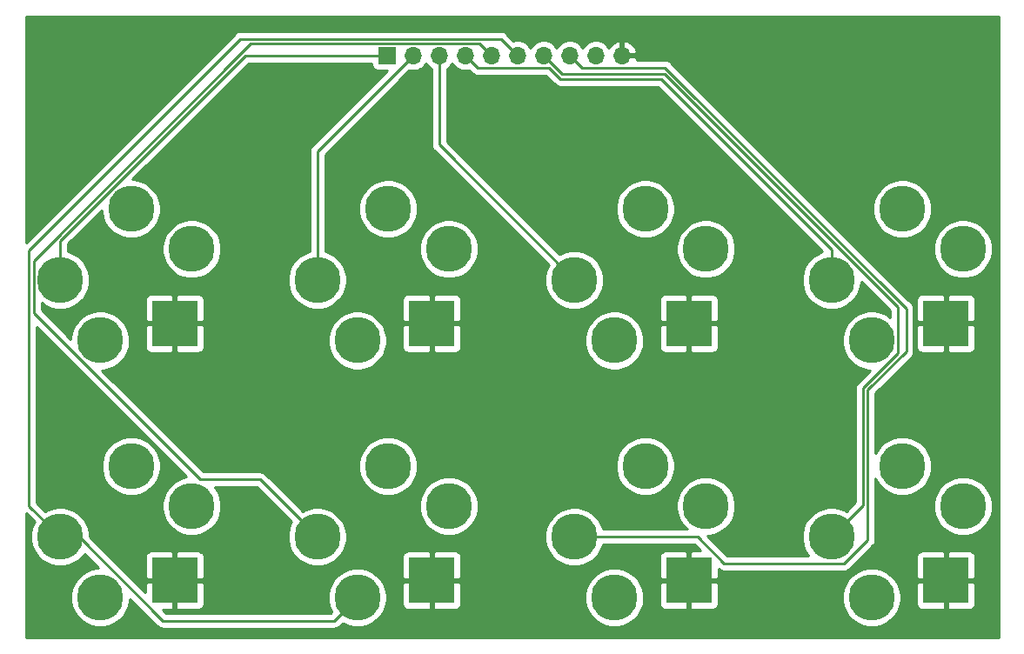
<source format=gbr>
%TF.GenerationSoftware,KiCad,Pcbnew,(5.1.9)-1*%
%TF.CreationDate,2021-09-12T18:45:55+01:00*%
%TF.ProjectId,Function Generator Jacks,46756e63-7469-46f6-9e20-47656e657261,rev?*%
%TF.SameCoordinates,Original*%
%TF.FileFunction,Copper,L1,Top*%
%TF.FilePolarity,Positive*%
%FSLAX46Y46*%
G04 Gerber Fmt 4.6, Leading zero omitted, Abs format (unit mm)*
G04 Created by KiCad (PCBNEW (5.1.9)-1) date 2021-09-12 18:45:55*
%MOMM*%
%LPD*%
G01*
G04 APERTURE LIST*
%TA.AperFunction,ComponentPad*%
%ADD10C,4.500001*%
%TD*%
%TA.AperFunction,ComponentPad*%
%ADD11C,4.500000*%
%TD*%
%TA.AperFunction,ComponentPad*%
%ADD12R,4.500001X4.500001*%
%TD*%
%TA.AperFunction,ComponentPad*%
%ADD13R,1.700000X1.700000*%
%TD*%
%TA.AperFunction,ComponentPad*%
%ADD14O,1.700000X1.700000*%
%TD*%
%TA.AperFunction,Conductor*%
%ADD15C,0.250000*%
%TD*%
%TA.AperFunction,Conductor*%
%ADD16C,0.254000*%
%TD*%
%TA.AperFunction,Conductor*%
%ADD17C,0.100000*%
%TD*%
G04 APERTURE END LIST*
D10*
%TO.P,J1,RN*%
%TO.N,N/C*%
X35991000Y-75859000D03*
D11*
%TO.P,J1,TN*%
%TO.N,Net-(J1-PadTN)*%
X27091000Y-84759000D03*
D10*
%TO.P,J1,R*%
%TO.N,N/C*%
X30091000Y-71959000D03*
D12*
%TO.P,J1,S*%
%TO.N,GND*%
X34331000Y-83099000D03*
D11*
%TO.P,J1,T*%
%TO.N,/Acv*%
X23191000Y-78859000D03*
%TD*%
%TO.P,J2,T*%
%TO.N,/Gate*%
X23191000Y-103878000D03*
D12*
%TO.P,J2,S*%
%TO.N,GND*%
X34331000Y-108118000D03*
D10*
%TO.P,J2,R*%
%TO.N,N/C*%
X30091000Y-96978000D03*
D11*
%TO.P,J2,TN*%
%TO.N,Net-(J2-PadTN)*%
X27091000Y-109778000D03*
D10*
%TO.P,J2,RN*%
%TO.N,N/C*%
X35991000Y-100878000D03*
%TD*%
%TO.P,J4,RN*%
%TO.N,N/C*%
X61010000Y-75859000D03*
D11*
%TO.P,J4,TN*%
%TO.N,Net-(J4-PadTN)*%
X52110000Y-84759000D03*
D10*
%TO.P,J4,R*%
%TO.N,N/C*%
X55110000Y-71959000D03*
D12*
%TO.P,J4,S*%
%TO.N,GND*%
X59350000Y-83099000D03*
D11*
%TO.P,J4,T*%
%TO.N,/Dcv*%
X48210000Y-78859000D03*
%TD*%
%TO.P,J5,T*%
%TO.N,/Trigger*%
X48210000Y-103878000D03*
D12*
%TO.P,J5,S*%
%TO.N,GND*%
X59350000Y-108118000D03*
D10*
%TO.P,J5,R*%
%TO.N,N/C*%
X55110000Y-96978000D03*
D11*
%TO.P,J5,TN*%
%TO.N,/Gate*%
X52110000Y-109778000D03*
D10*
%TO.P,J5,RN*%
%TO.N,N/C*%
X61010000Y-100878000D03*
%TD*%
%TO.P,J6,RN*%
%TO.N,N/C*%
X86029000Y-75859000D03*
D11*
%TO.P,J6,TN*%
%TO.N,Net-(J6-PadTN)*%
X77129000Y-84759000D03*
D10*
%TO.P,J6,R*%
%TO.N,N/C*%
X80129000Y-71959000D03*
D12*
%TO.P,J6,S*%
%TO.N,GND*%
X84369000Y-83099000D03*
D11*
%TO.P,J6,T*%
%TO.N,/Scv*%
X73229000Y-78859000D03*
%TD*%
%TO.P,J7,T*%
%TO.N,/EocOut*%
X73229000Y-103878000D03*
D12*
%TO.P,J7,S*%
%TO.N,GND*%
X84369000Y-108118000D03*
D10*
%TO.P,J7,R*%
%TO.N,N/C*%
X80129000Y-96978000D03*
D11*
%TO.P,J7,TN*%
%TO.N,Net-(J7-PadTN)*%
X77129000Y-109778000D03*
D10*
%TO.P,J7,RN*%
%TO.N,N/C*%
X86029000Y-100878000D03*
%TD*%
%TO.P,J8,RN*%
%TO.N,N/C*%
X111048000Y-75859000D03*
D11*
%TO.P,J8,TN*%
%TO.N,Net-(J8-PadTN)*%
X102148000Y-84759000D03*
D10*
%TO.P,J8,R*%
%TO.N,N/C*%
X105148000Y-71959000D03*
D12*
%TO.P,J8,S*%
%TO.N,GND*%
X109388000Y-83099000D03*
D11*
%TO.P,J8,T*%
%TO.N,/Rcv*%
X98248000Y-78859000D03*
%TD*%
%TO.P,J9,T*%
%TO.N,/Out*%
X98248000Y-103878000D03*
D12*
%TO.P,J9,S*%
%TO.N,GND*%
X109388000Y-108118000D03*
D10*
%TO.P,J9,R*%
%TO.N,N/C*%
X105148000Y-96978000D03*
D11*
%TO.P,J9,TN*%
%TO.N,Net-(J9-PadTN)*%
X102148000Y-109778000D03*
D10*
%TO.P,J9,RN*%
%TO.N,N/C*%
X111048000Y-100878000D03*
%TD*%
D13*
%TO.P,J3,1*%
%TO.N,/Acv*%
X54996000Y-57023000D03*
D14*
%TO.P,J3,2*%
%TO.N,/Dcv*%
X57536000Y-57023000D03*
%TO.P,J3,3*%
%TO.N,/Scv*%
X60076000Y-57023000D03*
%TO.P,J3,4*%
%TO.N,/Rcv*%
X62616000Y-57023000D03*
%TO.P,J3,5*%
%TO.N,/Trigger*%
X65156000Y-57023000D03*
%TO.P,J3,6*%
%TO.N,/Gate*%
X67696000Y-57023000D03*
%TO.P,J3,7*%
%TO.N,/Out*%
X70236000Y-57023000D03*
%TO.P,J3,8*%
%TO.N,/EocOut*%
X72776000Y-57023000D03*
%TO.P,J3,9*%
%TO.N,Net-(J3-Pad9)*%
X75316000Y-57023000D03*
%TO.P,J3,10*%
%TO.N,GND*%
X77856000Y-57023000D03*
%TD*%
D15*
%TO.N,/Acv*%
X23191000Y-75047998D02*
X23191000Y-78859000D01*
X41215998Y-57023000D02*
X23191000Y-75047998D01*
X54996000Y-57023000D02*
X41215998Y-57023000D01*
%TO.N,/Gate*%
X66070988Y-55397988D02*
X40741012Y-55397988D01*
X67696000Y-57023000D02*
X66070988Y-55397988D01*
X20165988Y-100852988D02*
X23191000Y-103878000D01*
X20165988Y-75973012D02*
X20165988Y-100852988D01*
X40741012Y-55397988D02*
X20165988Y-75973012D01*
X49860001Y-112027999D02*
X52110000Y-109778000D01*
X33152001Y-112027999D02*
X49860001Y-112027999D01*
X25002002Y-103878000D02*
X33152001Y-112027999D01*
X23191000Y-103878000D02*
X25002002Y-103878000D01*
%TO.N,/Dcv*%
X48210000Y-66349000D02*
X48210000Y-78859000D01*
X57536000Y-57023000D02*
X48210000Y-66349000D01*
%TO.N,/Trigger*%
X42634999Y-98302999D02*
X48210000Y-103878000D01*
X36823997Y-98302999D02*
X42634999Y-98302999D01*
X20615999Y-82095001D02*
X36823997Y-98302999D01*
X20615999Y-76986588D02*
X20615999Y-82095001D01*
X41754588Y-55847999D02*
X20615999Y-76986588D01*
X63980999Y-55847999D02*
X41754588Y-55847999D01*
X65156000Y-57023000D02*
X63980999Y-55847999D01*
%TO.N,/Scv*%
X60076000Y-65706000D02*
X73229000Y-78859000D01*
X60076000Y-57023000D02*
X60076000Y-65706000D01*
%TO.N,/EocOut*%
X82034414Y-58198001D02*
X73951001Y-58198001D01*
X105517206Y-81680794D02*
X82034414Y-58198001D01*
X105517206Y-85837207D02*
X105517206Y-81680794D01*
X101778013Y-104158989D02*
X101778013Y-89576400D01*
X101778013Y-89576400D02*
X105517206Y-85837207D01*
X87789004Y-106453001D02*
X99484001Y-106453001D01*
X85214003Y-103878000D02*
X87789004Y-106453001D01*
X73229000Y-103878000D02*
X85214003Y-103878000D01*
X99484001Y-106453001D02*
X101778013Y-104158989D01*
X73951001Y-58198001D02*
X72776000Y-57023000D01*
%TO.N,/Rcv*%
X62616000Y-57023000D02*
X63791001Y-58198001D01*
X63791001Y-58198001D02*
X70774591Y-58198001D01*
X71883794Y-59307206D02*
X81659206Y-59307206D01*
X70774591Y-58198001D02*
X71883794Y-59307206D01*
X98248000Y-75896000D02*
X98248000Y-78859000D01*
X81659206Y-59307206D02*
X98248000Y-75896000D01*
%TO.N,/Out*%
X104723001Y-81522999D02*
X104723001Y-85995002D01*
X70236000Y-57023000D02*
X72011500Y-58798500D01*
X72011500Y-58798500D02*
X81998502Y-58798500D01*
X81998502Y-58798500D02*
X104723001Y-81522999D01*
X101328002Y-100797998D02*
X98248000Y-103878000D01*
X101328002Y-89390002D02*
X101328002Y-100797998D01*
X104723001Y-85995002D02*
X101328002Y-89390002D01*
%TD*%
D16*
%TO.N,GND*%
X114529001Y-113640000D02*
X19837000Y-113640000D01*
X19837000Y-101598801D01*
X20680526Y-102442327D01*
X20634346Y-102511440D01*
X20416869Y-103036477D01*
X20306000Y-103593852D01*
X20306000Y-104162148D01*
X20416869Y-104719523D01*
X20634346Y-105244560D01*
X20950074Y-105717080D01*
X21351920Y-106118926D01*
X21824440Y-106434654D01*
X22349477Y-106652131D01*
X22906852Y-106763000D01*
X23475148Y-106763000D01*
X24032523Y-106652131D01*
X24557560Y-106434654D01*
X25030080Y-106118926D01*
X25431926Y-105717080D01*
X25565850Y-105516649D01*
X26942201Y-106893000D01*
X26806852Y-106893000D01*
X26249477Y-107003869D01*
X25724440Y-107221346D01*
X25251920Y-107537074D01*
X24850074Y-107938920D01*
X24534346Y-108411440D01*
X24316869Y-108936477D01*
X24206000Y-109493852D01*
X24206000Y-110062148D01*
X24316869Y-110619523D01*
X24534346Y-111144560D01*
X24850074Y-111617080D01*
X25251920Y-112018926D01*
X25724440Y-112334654D01*
X26249477Y-112552131D01*
X26806852Y-112663000D01*
X27375148Y-112663000D01*
X27932523Y-112552131D01*
X28457560Y-112334654D01*
X28930080Y-112018926D01*
X29331926Y-111617080D01*
X29647654Y-111144560D01*
X29865131Y-110619523D01*
X29976000Y-110062148D01*
X29976000Y-109926800D01*
X32588202Y-112539002D01*
X32612000Y-112568000D01*
X32640998Y-112591798D01*
X32727724Y-112662973D01*
X32859754Y-112733545D01*
X33003015Y-112777002D01*
X33114668Y-112787999D01*
X33114677Y-112787999D01*
X33152000Y-112791675D01*
X33189323Y-112787999D01*
X49822679Y-112787999D01*
X49860001Y-112791675D01*
X49897323Y-112787999D01*
X49897334Y-112787999D01*
X50008987Y-112777002D01*
X50152248Y-112733545D01*
X50284277Y-112662973D01*
X50400002Y-112568000D01*
X50423805Y-112538996D01*
X50674327Y-112288474D01*
X50743440Y-112334654D01*
X51268477Y-112552131D01*
X51825852Y-112663000D01*
X52394148Y-112663000D01*
X52951523Y-112552131D01*
X53476560Y-112334654D01*
X53949080Y-112018926D01*
X54350926Y-111617080D01*
X54666654Y-111144560D01*
X54884131Y-110619523D01*
X54934162Y-110368000D01*
X56461928Y-110368000D01*
X56474188Y-110492482D01*
X56510498Y-110612180D01*
X56569463Y-110722494D01*
X56648815Y-110819185D01*
X56745506Y-110898537D01*
X56855820Y-110957502D01*
X56975518Y-110993812D01*
X57100000Y-111006072D01*
X59064250Y-111003000D01*
X59223000Y-110844250D01*
X59223000Y-108245000D01*
X59477000Y-108245000D01*
X59477000Y-110844250D01*
X59635750Y-111003000D01*
X61600000Y-111006072D01*
X61724482Y-110993812D01*
X61844180Y-110957502D01*
X61954494Y-110898537D01*
X62051185Y-110819185D01*
X62130537Y-110722494D01*
X62189502Y-110612180D01*
X62225812Y-110492482D01*
X62238072Y-110368000D01*
X62236705Y-109493852D01*
X74244000Y-109493852D01*
X74244000Y-110062148D01*
X74354869Y-110619523D01*
X74572346Y-111144560D01*
X74888074Y-111617080D01*
X75289920Y-112018926D01*
X75762440Y-112334654D01*
X76287477Y-112552131D01*
X76844852Y-112663000D01*
X77413148Y-112663000D01*
X77970523Y-112552131D01*
X78495560Y-112334654D01*
X78968080Y-112018926D01*
X79369926Y-111617080D01*
X79685654Y-111144560D01*
X79903131Y-110619523D01*
X79953162Y-110368000D01*
X81480928Y-110368000D01*
X81493188Y-110492482D01*
X81529498Y-110612180D01*
X81588463Y-110722494D01*
X81667815Y-110819185D01*
X81764506Y-110898537D01*
X81874820Y-110957502D01*
X81994518Y-110993812D01*
X82119000Y-111006072D01*
X84083250Y-111003000D01*
X84242000Y-110844250D01*
X84242000Y-108245000D01*
X84496000Y-108245000D01*
X84496000Y-110844250D01*
X84654750Y-111003000D01*
X86619000Y-111006072D01*
X86743482Y-110993812D01*
X86863180Y-110957502D01*
X86973494Y-110898537D01*
X87070185Y-110819185D01*
X87149537Y-110722494D01*
X87208502Y-110612180D01*
X87244812Y-110492482D01*
X87257072Y-110368000D01*
X87255705Y-109493852D01*
X99263000Y-109493852D01*
X99263000Y-110062148D01*
X99373869Y-110619523D01*
X99591346Y-111144560D01*
X99907074Y-111617080D01*
X100308920Y-112018926D01*
X100781440Y-112334654D01*
X101306477Y-112552131D01*
X101863852Y-112663000D01*
X102432148Y-112663000D01*
X102989523Y-112552131D01*
X103514560Y-112334654D01*
X103987080Y-112018926D01*
X104388926Y-111617080D01*
X104704654Y-111144560D01*
X104922131Y-110619523D01*
X104972162Y-110368000D01*
X106499928Y-110368000D01*
X106512188Y-110492482D01*
X106548498Y-110612180D01*
X106607463Y-110722494D01*
X106686815Y-110819185D01*
X106783506Y-110898537D01*
X106893820Y-110957502D01*
X107013518Y-110993812D01*
X107138000Y-111006072D01*
X109102250Y-111003000D01*
X109261000Y-110844250D01*
X109261000Y-108245000D01*
X109515000Y-108245000D01*
X109515000Y-110844250D01*
X109673750Y-111003000D01*
X111638000Y-111006072D01*
X111762482Y-110993812D01*
X111882180Y-110957502D01*
X111992494Y-110898537D01*
X112089185Y-110819185D01*
X112168537Y-110722494D01*
X112227502Y-110612180D01*
X112263812Y-110492482D01*
X112276072Y-110368000D01*
X112273000Y-108403750D01*
X112114250Y-108245000D01*
X109515000Y-108245000D01*
X109261000Y-108245000D01*
X106661750Y-108245000D01*
X106503000Y-108403750D01*
X106499928Y-110368000D01*
X104972162Y-110368000D01*
X105033000Y-110062148D01*
X105033000Y-109493852D01*
X104922131Y-108936477D01*
X104704654Y-108411440D01*
X104388926Y-107938920D01*
X103987080Y-107537074D01*
X103514560Y-107221346D01*
X102989523Y-107003869D01*
X102432148Y-106893000D01*
X101863852Y-106893000D01*
X101306477Y-107003869D01*
X100781440Y-107221346D01*
X100308920Y-107537074D01*
X99907074Y-107938920D01*
X99591346Y-108411440D01*
X99373869Y-108936477D01*
X99263000Y-109493852D01*
X87255705Y-109493852D01*
X87254000Y-108403750D01*
X87095250Y-108245000D01*
X84496000Y-108245000D01*
X84242000Y-108245000D01*
X81642750Y-108245000D01*
X81484000Y-108403750D01*
X81480928Y-110368000D01*
X79953162Y-110368000D01*
X80014000Y-110062148D01*
X80014000Y-109493852D01*
X79903131Y-108936477D01*
X79685654Y-108411440D01*
X79369926Y-107938920D01*
X78968080Y-107537074D01*
X78495560Y-107221346D01*
X77970523Y-107003869D01*
X77413148Y-106893000D01*
X76844852Y-106893000D01*
X76287477Y-107003869D01*
X75762440Y-107221346D01*
X75289920Y-107537074D01*
X74888074Y-107938920D01*
X74572346Y-108411440D01*
X74354869Y-108936477D01*
X74244000Y-109493852D01*
X62236705Y-109493852D01*
X62235000Y-108403750D01*
X62076250Y-108245000D01*
X59477000Y-108245000D01*
X59223000Y-108245000D01*
X56623750Y-108245000D01*
X56465000Y-108403750D01*
X56461928Y-110368000D01*
X54934162Y-110368000D01*
X54995000Y-110062148D01*
X54995000Y-109493852D01*
X54884131Y-108936477D01*
X54666654Y-108411440D01*
X54350926Y-107938920D01*
X53949080Y-107537074D01*
X53476560Y-107221346D01*
X52951523Y-107003869D01*
X52394148Y-106893000D01*
X51825852Y-106893000D01*
X51268477Y-107003869D01*
X50743440Y-107221346D01*
X50270920Y-107537074D01*
X49869074Y-107938920D01*
X49553346Y-108411440D01*
X49335869Y-108936477D01*
X49225000Y-109493852D01*
X49225000Y-110062148D01*
X49335869Y-110619523D01*
X49553346Y-111144560D01*
X49599526Y-111213673D01*
X49545200Y-111267999D01*
X33466803Y-111267999D01*
X33203121Y-111004317D01*
X34045250Y-111003000D01*
X34204000Y-110844250D01*
X34204000Y-108245000D01*
X34458000Y-108245000D01*
X34458000Y-110844250D01*
X34616750Y-111003000D01*
X36581000Y-111006072D01*
X36705482Y-110993812D01*
X36825180Y-110957502D01*
X36935494Y-110898537D01*
X37032185Y-110819185D01*
X37111537Y-110722494D01*
X37170502Y-110612180D01*
X37206812Y-110492482D01*
X37219072Y-110368000D01*
X37216000Y-108403750D01*
X37057250Y-108245000D01*
X34458000Y-108245000D01*
X34204000Y-108245000D01*
X31604750Y-108245000D01*
X31446000Y-108403750D01*
X31444683Y-109245879D01*
X28066804Y-105868000D01*
X31442928Y-105868000D01*
X31446000Y-107832250D01*
X31604750Y-107991000D01*
X34204000Y-107991000D01*
X34204000Y-105391750D01*
X34458000Y-105391750D01*
X34458000Y-107991000D01*
X37057250Y-107991000D01*
X37216000Y-107832250D01*
X37219072Y-105868000D01*
X37206812Y-105743518D01*
X37170502Y-105623820D01*
X37111537Y-105513506D01*
X37032185Y-105416815D01*
X36935494Y-105337463D01*
X36825180Y-105278498D01*
X36705482Y-105242188D01*
X36581000Y-105229928D01*
X34616750Y-105233000D01*
X34458000Y-105391750D01*
X34204000Y-105391750D01*
X34045250Y-105233000D01*
X32081000Y-105229928D01*
X31956518Y-105242188D01*
X31836820Y-105278498D01*
X31726506Y-105337463D01*
X31629815Y-105416815D01*
X31550463Y-105513506D01*
X31491498Y-105623820D01*
X31455188Y-105743518D01*
X31442928Y-105868000D01*
X28066804Y-105868000D01*
X26076000Y-103877197D01*
X26076000Y-103593852D01*
X25965131Y-103036477D01*
X25747654Y-102511440D01*
X25431926Y-102038920D01*
X25030080Y-101637074D01*
X24557560Y-101321346D01*
X24032523Y-101103869D01*
X23475148Y-100993000D01*
X22906852Y-100993000D01*
X22349477Y-101103869D01*
X21824440Y-101321346D01*
X21755327Y-101367526D01*
X20925988Y-100538187D01*
X20925988Y-96693852D01*
X27206000Y-96693852D01*
X27206000Y-97262148D01*
X27316869Y-97819523D01*
X27534346Y-98344560D01*
X27850074Y-98817080D01*
X28251920Y-99218926D01*
X28724440Y-99534654D01*
X29249477Y-99752131D01*
X29806852Y-99863000D01*
X30375148Y-99863000D01*
X30932523Y-99752131D01*
X31457560Y-99534654D01*
X31930080Y-99218926D01*
X32331926Y-98817080D01*
X32647654Y-98344560D01*
X32865131Y-97819523D01*
X32976000Y-97262148D01*
X32976000Y-96693852D01*
X32865131Y-96136477D01*
X32647654Y-95611440D01*
X32331926Y-95138920D01*
X31930080Y-94737074D01*
X31457560Y-94421346D01*
X30932523Y-94203869D01*
X30375148Y-94093000D01*
X29806852Y-94093000D01*
X29249477Y-94203869D01*
X28724440Y-94421346D01*
X28251920Y-94737074D01*
X27850074Y-95138920D01*
X27534346Y-95611440D01*
X27316869Y-96136477D01*
X27206000Y-96693852D01*
X20925988Y-96693852D01*
X20925988Y-83479791D01*
X35483603Y-98037407D01*
X35149477Y-98103869D01*
X34624440Y-98321346D01*
X34151920Y-98637074D01*
X33750074Y-99038920D01*
X33434346Y-99511440D01*
X33216869Y-100036477D01*
X33106000Y-100593852D01*
X33106000Y-101162148D01*
X33216869Y-101719523D01*
X33434346Y-102244560D01*
X33750074Y-102717080D01*
X34151920Y-103118926D01*
X34624440Y-103434654D01*
X35149477Y-103652131D01*
X35706852Y-103763000D01*
X36275148Y-103763000D01*
X36832523Y-103652131D01*
X37357560Y-103434654D01*
X37830080Y-103118926D01*
X38231926Y-102717080D01*
X38547654Y-102244560D01*
X38765131Y-101719523D01*
X38876000Y-101162148D01*
X38876000Y-100593852D01*
X38765131Y-100036477D01*
X38547654Y-99511440D01*
X38248015Y-99062999D01*
X42320198Y-99062999D01*
X45699526Y-102442327D01*
X45653346Y-102511440D01*
X45435869Y-103036477D01*
X45325000Y-103593852D01*
X45325000Y-104162148D01*
X45435869Y-104719523D01*
X45653346Y-105244560D01*
X45969074Y-105717080D01*
X46370920Y-106118926D01*
X46843440Y-106434654D01*
X47368477Y-106652131D01*
X47925852Y-106763000D01*
X48494148Y-106763000D01*
X49051523Y-106652131D01*
X49576560Y-106434654D01*
X50049080Y-106118926D01*
X50300006Y-105868000D01*
X56461928Y-105868000D01*
X56465000Y-107832250D01*
X56623750Y-107991000D01*
X59223000Y-107991000D01*
X59223000Y-105391750D01*
X59477000Y-105391750D01*
X59477000Y-107991000D01*
X62076250Y-107991000D01*
X62235000Y-107832250D01*
X62238072Y-105868000D01*
X62225812Y-105743518D01*
X62189502Y-105623820D01*
X62130537Y-105513506D01*
X62051185Y-105416815D01*
X61954494Y-105337463D01*
X61844180Y-105278498D01*
X61724482Y-105242188D01*
X61600000Y-105229928D01*
X59635750Y-105233000D01*
X59477000Y-105391750D01*
X59223000Y-105391750D01*
X59064250Y-105233000D01*
X57100000Y-105229928D01*
X56975518Y-105242188D01*
X56855820Y-105278498D01*
X56745506Y-105337463D01*
X56648815Y-105416815D01*
X56569463Y-105513506D01*
X56510498Y-105623820D01*
X56474188Y-105743518D01*
X56461928Y-105868000D01*
X50300006Y-105868000D01*
X50450926Y-105717080D01*
X50766654Y-105244560D01*
X50984131Y-104719523D01*
X51095000Y-104162148D01*
X51095000Y-103593852D01*
X50984131Y-103036477D01*
X50766654Y-102511440D01*
X50450926Y-102038920D01*
X50049080Y-101637074D01*
X49576560Y-101321346D01*
X49051523Y-101103869D01*
X48494148Y-100993000D01*
X47925852Y-100993000D01*
X47368477Y-101103869D01*
X46843440Y-101321346D01*
X46774327Y-101367526D01*
X46000653Y-100593852D01*
X58125000Y-100593852D01*
X58125000Y-101162148D01*
X58235869Y-101719523D01*
X58453346Y-102244560D01*
X58769074Y-102717080D01*
X59170920Y-103118926D01*
X59643440Y-103434654D01*
X60168477Y-103652131D01*
X60725852Y-103763000D01*
X61294148Y-103763000D01*
X61851523Y-103652131D01*
X62376560Y-103434654D01*
X62849080Y-103118926D01*
X63250926Y-102717080D01*
X63566654Y-102244560D01*
X63784131Y-101719523D01*
X63895000Y-101162148D01*
X63895000Y-100593852D01*
X63784131Y-100036477D01*
X63566654Y-99511440D01*
X63250926Y-99038920D01*
X62849080Y-98637074D01*
X62376560Y-98321346D01*
X61851523Y-98103869D01*
X61294148Y-97993000D01*
X60725852Y-97993000D01*
X60168477Y-98103869D01*
X59643440Y-98321346D01*
X59170920Y-98637074D01*
X58769074Y-99038920D01*
X58453346Y-99511440D01*
X58235869Y-100036477D01*
X58125000Y-100593852D01*
X46000653Y-100593852D01*
X43198803Y-97792002D01*
X43175000Y-97762998D01*
X43059275Y-97668025D01*
X42927246Y-97597453D01*
X42783985Y-97553996D01*
X42672332Y-97542999D01*
X42672321Y-97542999D01*
X42634999Y-97539323D01*
X42597677Y-97542999D01*
X37138799Y-97542999D01*
X36289652Y-96693852D01*
X52225000Y-96693852D01*
X52225000Y-97262148D01*
X52335869Y-97819523D01*
X52553346Y-98344560D01*
X52869074Y-98817080D01*
X53270920Y-99218926D01*
X53743440Y-99534654D01*
X54268477Y-99752131D01*
X54825852Y-99863000D01*
X55394148Y-99863000D01*
X55951523Y-99752131D01*
X56476560Y-99534654D01*
X56949080Y-99218926D01*
X57350926Y-98817080D01*
X57666654Y-98344560D01*
X57884131Y-97819523D01*
X57995000Y-97262148D01*
X57995000Y-96693852D01*
X77244000Y-96693852D01*
X77244000Y-97262148D01*
X77354869Y-97819523D01*
X77572346Y-98344560D01*
X77888074Y-98817080D01*
X78289920Y-99218926D01*
X78762440Y-99534654D01*
X79287477Y-99752131D01*
X79844852Y-99863000D01*
X80413148Y-99863000D01*
X80970523Y-99752131D01*
X81495560Y-99534654D01*
X81968080Y-99218926D01*
X82369926Y-98817080D01*
X82685654Y-98344560D01*
X82903131Y-97819523D01*
X83014000Y-97262148D01*
X83014000Y-96693852D01*
X82903131Y-96136477D01*
X82685654Y-95611440D01*
X82369926Y-95138920D01*
X81968080Y-94737074D01*
X81495560Y-94421346D01*
X80970523Y-94203869D01*
X80413148Y-94093000D01*
X79844852Y-94093000D01*
X79287477Y-94203869D01*
X78762440Y-94421346D01*
X78289920Y-94737074D01*
X77888074Y-95138920D01*
X77572346Y-95611440D01*
X77354869Y-96136477D01*
X77244000Y-96693852D01*
X57995000Y-96693852D01*
X57884131Y-96136477D01*
X57666654Y-95611440D01*
X57350926Y-95138920D01*
X56949080Y-94737074D01*
X56476560Y-94421346D01*
X55951523Y-94203869D01*
X55394148Y-94093000D01*
X54825852Y-94093000D01*
X54268477Y-94203869D01*
X53743440Y-94421346D01*
X53270920Y-94737074D01*
X52869074Y-95138920D01*
X52553346Y-95611440D01*
X52335869Y-96136477D01*
X52225000Y-96693852D01*
X36289652Y-96693852D01*
X27239799Y-87644000D01*
X27375148Y-87644000D01*
X27932523Y-87533131D01*
X28457560Y-87315654D01*
X28930080Y-86999926D01*
X29331926Y-86598080D01*
X29647654Y-86125560D01*
X29865131Y-85600523D01*
X29915162Y-85349000D01*
X31442928Y-85349000D01*
X31455188Y-85473482D01*
X31491498Y-85593180D01*
X31550463Y-85703494D01*
X31629815Y-85800185D01*
X31726506Y-85879537D01*
X31836820Y-85938502D01*
X31956518Y-85974812D01*
X32081000Y-85987072D01*
X34045250Y-85984000D01*
X34204000Y-85825250D01*
X34204000Y-83226000D01*
X34458000Y-83226000D01*
X34458000Y-85825250D01*
X34616750Y-85984000D01*
X36581000Y-85987072D01*
X36705482Y-85974812D01*
X36825180Y-85938502D01*
X36935494Y-85879537D01*
X37032185Y-85800185D01*
X37111537Y-85703494D01*
X37170502Y-85593180D01*
X37206812Y-85473482D01*
X37219072Y-85349000D01*
X37217705Y-84474852D01*
X49225000Y-84474852D01*
X49225000Y-85043148D01*
X49335869Y-85600523D01*
X49553346Y-86125560D01*
X49869074Y-86598080D01*
X50270920Y-86999926D01*
X50743440Y-87315654D01*
X51268477Y-87533131D01*
X51825852Y-87644000D01*
X52394148Y-87644000D01*
X52951523Y-87533131D01*
X53476560Y-87315654D01*
X53949080Y-86999926D01*
X54350926Y-86598080D01*
X54666654Y-86125560D01*
X54884131Y-85600523D01*
X54934162Y-85349000D01*
X56461928Y-85349000D01*
X56474188Y-85473482D01*
X56510498Y-85593180D01*
X56569463Y-85703494D01*
X56648815Y-85800185D01*
X56745506Y-85879537D01*
X56855820Y-85938502D01*
X56975518Y-85974812D01*
X57100000Y-85987072D01*
X59064250Y-85984000D01*
X59223000Y-85825250D01*
X59223000Y-83226000D01*
X59477000Y-83226000D01*
X59477000Y-85825250D01*
X59635750Y-85984000D01*
X61600000Y-85987072D01*
X61724482Y-85974812D01*
X61844180Y-85938502D01*
X61954494Y-85879537D01*
X62051185Y-85800185D01*
X62130537Y-85703494D01*
X62189502Y-85593180D01*
X62225812Y-85473482D01*
X62238072Y-85349000D01*
X62236705Y-84474852D01*
X74244000Y-84474852D01*
X74244000Y-85043148D01*
X74354869Y-85600523D01*
X74572346Y-86125560D01*
X74888074Y-86598080D01*
X75289920Y-86999926D01*
X75762440Y-87315654D01*
X76287477Y-87533131D01*
X76844852Y-87644000D01*
X77413148Y-87644000D01*
X77970523Y-87533131D01*
X78495560Y-87315654D01*
X78968080Y-86999926D01*
X79369926Y-86598080D01*
X79685654Y-86125560D01*
X79903131Y-85600523D01*
X79953162Y-85349000D01*
X81480928Y-85349000D01*
X81493188Y-85473482D01*
X81529498Y-85593180D01*
X81588463Y-85703494D01*
X81667815Y-85800185D01*
X81764506Y-85879537D01*
X81874820Y-85938502D01*
X81994518Y-85974812D01*
X82119000Y-85987072D01*
X84083250Y-85984000D01*
X84242000Y-85825250D01*
X84242000Y-83226000D01*
X84496000Y-83226000D01*
X84496000Y-85825250D01*
X84654750Y-85984000D01*
X86619000Y-85987072D01*
X86743482Y-85974812D01*
X86863180Y-85938502D01*
X86973494Y-85879537D01*
X87070185Y-85800185D01*
X87149537Y-85703494D01*
X87208502Y-85593180D01*
X87244812Y-85473482D01*
X87257072Y-85349000D01*
X87254000Y-83384750D01*
X87095250Y-83226000D01*
X84496000Y-83226000D01*
X84242000Y-83226000D01*
X81642750Y-83226000D01*
X81484000Y-83384750D01*
X81480928Y-85349000D01*
X79953162Y-85349000D01*
X80014000Y-85043148D01*
X80014000Y-84474852D01*
X79903131Y-83917477D01*
X79685654Y-83392440D01*
X79369926Y-82919920D01*
X78968080Y-82518074D01*
X78495560Y-82202346D01*
X77970523Y-81984869D01*
X77413148Y-81874000D01*
X76844852Y-81874000D01*
X76287477Y-81984869D01*
X75762440Y-82202346D01*
X75289920Y-82518074D01*
X74888074Y-82919920D01*
X74572346Y-83392440D01*
X74354869Y-83917477D01*
X74244000Y-84474852D01*
X62236705Y-84474852D01*
X62235000Y-83384750D01*
X62076250Y-83226000D01*
X59477000Y-83226000D01*
X59223000Y-83226000D01*
X56623750Y-83226000D01*
X56465000Y-83384750D01*
X56461928Y-85349000D01*
X54934162Y-85349000D01*
X54995000Y-85043148D01*
X54995000Y-84474852D01*
X54884131Y-83917477D01*
X54666654Y-83392440D01*
X54350926Y-82919920D01*
X53949080Y-82518074D01*
X53476560Y-82202346D01*
X52951523Y-81984869D01*
X52394148Y-81874000D01*
X51825852Y-81874000D01*
X51268477Y-81984869D01*
X50743440Y-82202346D01*
X50270920Y-82518074D01*
X49869074Y-82919920D01*
X49553346Y-83392440D01*
X49335869Y-83917477D01*
X49225000Y-84474852D01*
X37217705Y-84474852D01*
X37216000Y-83384750D01*
X37057250Y-83226000D01*
X34458000Y-83226000D01*
X34204000Y-83226000D01*
X31604750Y-83226000D01*
X31446000Y-83384750D01*
X31442928Y-85349000D01*
X29915162Y-85349000D01*
X29976000Y-85043148D01*
X29976000Y-84474852D01*
X29865131Y-83917477D01*
X29647654Y-83392440D01*
X29331926Y-82919920D01*
X28930080Y-82518074D01*
X28457560Y-82202346D01*
X27932523Y-81984869D01*
X27375148Y-81874000D01*
X26806852Y-81874000D01*
X26249477Y-81984869D01*
X25724440Y-82202346D01*
X25251920Y-82518074D01*
X24850074Y-82919920D01*
X24534346Y-83392440D01*
X24316869Y-83917477D01*
X24206000Y-84474852D01*
X24206000Y-84610201D01*
X21375999Y-81780200D01*
X21375999Y-81116015D01*
X21824440Y-81415654D01*
X22349477Y-81633131D01*
X22906852Y-81744000D01*
X23475148Y-81744000D01*
X24032523Y-81633131D01*
X24557560Y-81415654D01*
X25030080Y-81099926D01*
X25281006Y-80849000D01*
X31442928Y-80849000D01*
X31446000Y-82813250D01*
X31604750Y-82972000D01*
X34204000Y-82972000D01*
X34204000Y-80372750D01*
X34458000Y-80372750D01*
X34458000Y-82972000D01*
X37057250Y-82972000D01*
X37216000Y-82813250D01*
X37219072Y-80849000D01*
X37206812Y-80724518D01*
X37170502Y-80604820D01*
X37111537Y-80494506D01*
X37032185Y-80397815D01*
X36935494Y-80318463D01*
X36825180Y-80259498D01*
X36705482Y-80223188D01*
X36581000Y-80210928D01*
X34616750Y-80214000D01*
X34458000Y-80372750D01*
X34204000Y-80372750D01*
X34045250Y-80214000D01*
X32081000Y-80210928D01*
X31956518Y-80223188D01*
X31836820Y-80259498D01*
X31726506Y-80318463D01*
X31629815Y-80397815D01*
X31550463Y-80494506D01*
X31491498Y-80604820D01*
X31455188Y-80724518D01*
X31442928Y-80849000D01*
X25281006Y-80849000D01*
X25431926Y-80698080D01*
X25747654Y-80225560D01*
X25965131Y-79700523D01*
X26076000Y-79143148D01*
X26076000Y-78574852D01*
X25965131Y-78017477D01*
X25747654Y-77492440D01*
X25431926Y-77019920D01*
X25030080Y-76618074D01*
X24557560Y-76302346D01*
X24032523Y-76084869D01*
X23951000Y-76068653D01*
X23951000Y-75574852D01*
X33106000Y-75574852D01*
X33106000Y-76143148D01*
X33216869Y-76700523D01*
X33434346Y-77225560D01*
X33750074Y-77698080D01*
X34151920Y-78099926D01*
X34624440Y-78415654D01*
X35149477Y-78633131D01*
X35706852Y-78744000D01*
X36275148Y-78744000D01*
X36832523Y-78633131D01*
X37357560Y-78415654D01*
X37830080Y-78099926D01*
X38231926Y-77698080D01*
X38547654Y-77225560D01*
X38765131Y-76700523D01*
X38876000Y-76143148D01*
X38876000Y-75574852D01*
X38765131Y-75017477D01*
X38547654Y-74492440D01*
X38231926Y-74019920D01*
X37830080Y-73618074D01*
X37357560Y-73302346D01*
X36832523Y-73084869D01*
X36275148Y-72974000D01*
X35706852Y-72974000D01*
X35149477Y-73084869D01*
X34624440Y-73302346D01*
X34151920Y-73618074D01*
X33750074Y-74019920D01*
X33434346Y-74492440D01*
X33216869Y-75017477D01*
X33106000Y-75574852D01*
X23951000Y-75574852D01*
X23951000Y-75362799D01*
X27206000Y-72107799D01*
X27206000Y-72243148D01*
X27316869Y-72800523D01*
X27534346Y-73325560D01*
X27850074Y-73798080D01*
X28251920Y-74199926D01*
X28724440Y-74515654D01*
X29249477Y-74733131D01*
X29806852Y-74844000D01*
X30375148Y-74844000D01*
X30932523Y-74733131D01*
X31457560Y-74515654D01*
X31930080Y-74199926D01*
X32331926Y-73798080D01*
X32647654Y-73325560D01*
X32865131Y-72800523D01*
X32976000Y-72243148D01*
X32976000Y-71674852D01*
X32865131Y-71117477D01*
X32647654Y-70592440D01*
X32331926Y-70119920D01*
X31930080Y-69718074D01*
X31457560Y-69402346D01*
X30932523Y-69184869D01*
X30375148Y-69074000D01*
X30239799Y-69074000D01*
X41530800Y-57783000D01*
X53507928Y-57783000D01*
X53507928Y-57873000D01*
X53520188Y-57997482D01*
X53556498Y-58117180D01*
X53615463Y-58227494D01*
X53694815Y-58324185D01*
X53791506Y-58403537D01*
X53901820Y-58462502D01*
X54021518Y-58498812D01*
X54146000Y-58511072D01*
X54973126Y-58511072D01*
X47699003Y-65785196D01*
X47669999Y-65808999D01*
X47632260Y-65854985D01*
X47575026Y-65924724D01*
X47535727Y-65998247D01*
X47504454Y-66056754D01*
X47460997Y-66200015D01*
X47450000Y-66311668D01*
X47450000Y-66311678D01*
X47446324Y-66349000D01*
X47450000Y-66386322D01*
X47450001Y-76068653D01*
X47368477Y-76084869D01*
X46843440Y-76302346D01*
X46370920Y-76618074D01*
X45969074Y-77019920D01*
X45653346Y-77492440D01*
X45435869Y-78017477D01*
X45325000Y-78574852D01*
X45325000Y-79143148D01*
X45435869Y-79700523D01*
X45653346Y-80225560D01*
X45969074Y-80698080D01*
X46370920Y-81099926D01*
X46843440Y-81415654D01*
X47368477Y-81633131D01*
X47925852Y-81744000D01*
X48494148Y-81744000D01*
X49051523Y-81633131D01*
X49576560Y-81415654D01*
X50049080Y-81099926D01*
X50300006Y-80849000D01*
X56461928Y-80849000D01*
X56465000Y-82813250D01*
X56623750Y-82972000D01*
X59223000Y-82972000D01*
X59223000Y-80372750D01*
X59477000Y-80372750D01*
X59477000Y-82972000D01*
X62076250Y-82972000D01*
X62235000Y-82813250D01*
X62238072Y-80849000D01*
X62225812Y-80724518D01*
X62189502Y-80604820D01*
X62130537Y-80494506D01*
X62051185Y-80397815D01*
X61954494Y-80318463D01*
X61844180Y-80259498D01*
X61724482Y-80223188D01*
X61600000Y-80210928D01*
X59635750Y-80214000D01*
X59477000Y-80372750D01*
X59223000Y-80372750D01*
X59064250Y-80214000D01*
X57100000Y-80210928D01*
X56975518Y-80223188D01*
X56855820Y-80259498D01*
X56745506Y-80318463D01*
X56648815Y-80397815D01*
X56569463Y-80494506D01*
X56510498Y-80604820D01*
X56474188Y-80724518D01*
X56461928Y-80849000D01*
X50300006Y-80849000D01*
X50450926Y-80698080D01*
X50766654Y-80225560D01*
X50984131Y-79700523D01*
X51095000Y-79143148D01*
X51095000Y-78574852D01*
X50984131Y-78017477D01*
X50766654Y-77492440D01*
X50450926Y-77019920D01*
X50049080Y-76618074D01*
X49576560Y-76302346D01*
X49051523Y-76084869D01*
X48970000Y-76068653D01*
X48970000Y-75574852D01*
X58125000Y-75574852D01*
X58125000Y-76143148D01*
X58235869Y-76700523D01*
X58453346Y-77225560D01*
X58769074Y-77698080D01*
X59170920Y-78099926D01*
X59643440Y-78415654D01*
X60168477Y-78633131D01*
X60725852Y-78744000D01*
X61294148Y-78744000D01*
X61851523Y-78633131D01*
X62376560Y-78415654D01*
X62849080Y-78099926D01*
X63250926Y-77698080D01*
X63566654Y-77225560D01*
X63784131Y-76700523D01*
X63895000Y-76143148D01*
X63895000Y-75574852D01*
X63784131Y-75017477D01*
X63566654Y-74492440D01*
X63250926Y-74019920D01*
X62849080Y-73618074D01*
X62376560Y-73302346D01*
X61851523Y-73084869D01*
X61294148Y-72974000D01*
X60725852Y-72974000D01*
X60168477Y-73084869D01*
X59643440Y-73302346D01*
X59170920Y-73618074D01*
X58769074Y-74019920D01*
X58453346Y-74492440D01*
X58235869Y-75017477D01*
X58125000Y-75574852D01*
X48970000Y-75574852D01*
X48970000Y-71674852D01*
X52225000Y-71674852D01*
X52225000Y-72243148D01*
X52335869Y-72800523D01*
X52553346Y-73325560D01*
X52869074Y-73798080D01*
X53270920Y-74199926D01*
X53743440Y-74515654D01*
X54268477Y-74733131D01*
X54825852Y-74844000D01*
X55394148Y-74844000D01*
X55951523Y-74733131D01*
X56476560Y-74515654D01*
X56949080Y-74199926D01*
X57350926Y-73798080D01*
X57666654Y-73325560D01*
X57884131Y-72800523D01*
X57995000Y-72243148D01*
X57995000Y-71674852D01*
X57884131Y-71117477D01*
X57666654Y-70592440D01*
X57350926Y-70119920D01*
X56949080Y-69718074D01*
X56476560Y-69402346D01*
X55951523Y-69184869D01*
X55394148Y-69074000D01*
X54825852Y-69074000D01*
X54268477Y-69184869D01*
X53743440Y-69402346D01*
X53270920Y-69718074D01*
X52869074Y-70119920D01*
X52553346Y-70592440D01*
X52335869Y-71117477D01*
X52225000Y-71674852D01*
X48970000Y-71674852D01*
X48970000Y-66663801D01*
X57169592Y-58464210D01*
X57389740Y-58508000D01*
X57682260Y-58508000D01*
X57969158Y-58450932D01*
X58239411Y-58338990D01*
X58482632Y-58176475D01*
X58689475Y-57969632D01*
X58806000Y-57795240D01*
X58922525Y-57969632D01*
X59129368Y-58176475D01*
X59316000Y-58301179D01*
X59316001Y-65668668D01*
X59312324Y-65706000D01*
X59326998Y-65854985D01*
X59370454Y-65998246D01*
X59441026Y-66130276D01*
X59498259Y-66200014D01*
X59536000Y-66246001D01*
X59564998Y-66269799D01*
X70718526Y-77423327D01*
X70672346Y-77492440D01*
X70454869Y-78017477D01*
X70344000Y-78574852D01*
X70344000Y-79143148D01*
X70454869Y-79700523D01*
X70672346Y-80225560D01*
X70988074Y-80698080D01*
X71389920Y-81099926D01*
X71862440Y-81415654D01*
X72387477Y-81633131D01*
X72944852Y-81744000D01*
X73513148Y-81744000D01*
X74070523Y-81633131D01*
X74595560Y-81415654D01*
X75068080Y-81099926D01*
X75319006Y-80849000D01*
X81480928Y-80849000D01*
X81484000Y-82813250D01*
X81642750Y-82972000D01*
X84242000Y-82972000D01*
X84242000Y-80372750D01*
X84496000Y-80372750D01*
X84496000Y-82972000D01*
X87095250Y-82972000D01*
X87254000Y-82813250D01*
X87257072Y-80849000D01*
X87244812Y-80724518D01*
X87208502Y-80604820D01*
X87149537Y-80494506D01*
X87070185Y-80397815D01*
X86973494Y-80318463D01*
X86863180Y-80259498D01*
X86743482Y-80223188D01*
X86619000Y-80210928D01*
X84654750Y-80214000D01*
X84496000Y-80372750D01*
X84242000Y-80372750D01*
X84083250Y-80214000D01*
X82119000Y-80210928D01*
X81994518Y-80223188D01*
X81874820Y-80259498D01*
X81764506Y-80318463D01*
X81667815Y-80397815D01*
X81588463Y-80494506D01*
X81529498Y-80604820D01*
X81493188Y-80724518D01*
X81480928Y-80849000D01*
X75319006Y-80849000D01*
X75469926Y-80698080D01*
X75785654Y-80225560D01*
X76003131Y-79700523D01*
X76114000Y-79143148D01*
X76114000Y-78574852D01*
X76003131Y-78017477D01*
X75785654Y-77492440D01*
X75469926Y-77019920D01*
X75068080Y-76618074D01*
X74595560Y-76302346D01*
X74070523Y-76084869D01*
X73513148Y-75974000D01*
X72944852Y-75974000D01*
X72387477Y-76084869D01*
X71862440Y-76302346D01*
X71793327Y-76348526D01*
X71019653Y-75574852D01*
X83144000Y-75574852D01*
X83144000Y-76143148D01*
X83254869Y-76700523D01*
X83472346Y-77225560D01*
X83788074Y-77698080D01*
X84189920Y-78099926D01*
X84662440Y-78415654D01*
X85187477Y-78633131D01*
X85744852Y-78744000D01*
X86313148Y-78744000D01*
X86870523Y-78633131D01*
X87395560Y-78415654D01*
X87868080Y-78099926D01*
X88269926Y-77698080D01*
X88585654Y-77225560D01*
X88803131Y-76700523D01*
X88914000Y-76143148D01*
X88914000Y-75574852D01*
X88803131Y-75017477D01*
X88585654Y-74492440D01*
X88269926Y-74019920D01*
X87868080Y-73618074D01*
X87395560Y-73302346D01*
X86870523Y-73084869D01*
X86313148Y-72974000D01*
X85744852Y-72974000D01*
X85187477Y-73084869D01*
X84662440Y-73302346D01*
X84189920Y-73618074D01*
X83788074Y-74019920D01*
X83472346Y-74492440D01*
X83254869Y-75017477D01*
X83144000Y-75574852D01*
X71019653Y-75574852D01*
X67119653Y-71674852D01*
X77244000Y-71674852D01*
X77244000Y-72243148D01*
X77354869Y-72800523D01*
X77572346Y-73325560D01*
X77888074Y-73798080D01*
X78289920Y-74199926D01*
X78762440Y-74515654D01*
X79287477Y-74733131D01*
X79844852Y-74844000D01*
X80413148Y-74844000D01*
X80970523Y-74733131D01*
X81495560Y-74515654D01*
X81968080Y-74199926D01*
X82369926Y-73798080D01*
X82685654Y-73325560D01*
X82903131Y-72800523D01*
X83014000Y-72243148D01*
X83014000Y-71674852D01*
X82903131Y-71117477D01*
X82685654Y-70592440D01*
X82369926Y-70119920D01*
X81968080Y-69718074D01*
X81495560Y-69402346D01*
X80970523Y-69184869D01*
X80413148Y-69074000D01*
X79844852Y-69074000D01*
X79287477Y-69184869D01*
X78762440Y-69402346D01*
X78289920Y-69718074D01*
X77888074Y-70119920D01*
X77572346Y-70592440D01*
X77354869Y-71117477D01*
X77244000Y-71674852D01*
X67119653Y-71674852D01*
X60836000Y-65391199D01*
X60836000Y-58301178D01*
X61022632Y-58176475D01*
X61229475Y-57969632D01*
X61346000Y-57795240D01*
X61462525Y-57969632D01*
X61669368Y-58176475D01*
X61912589Y-58338990D01*
X62182842Y-58450932D01*
X62469740Y-58508000D01*
X62762260Y-58508000D01*
X62982408Y-58464210D01*
X63227201Y-58709003D01*
X63251000Y-58738002D01*
X63366725Y-58832975D01*
X63498754Y-58903547D01*
X63642015Y-58947004D01*
X63753668Y-58958001D01*
X63753677Y-58958001D01*
X63791000Y-58961677D01*
X63828323Y-58958001D01*
X70459789Y-58958001D01*
X71319994Y-59818208D01*
X71343793Y-59847207D01*
X71459518Y-59942180D01*
X71591547Y-60012752D01*
X71734808Y-60056209D01*
X71846461Y-60067206D01*
X71846470Y-60067206D01*
X71883793Y-60070882D01*
X71921116Y-60067206D01*
X81344405Y-60067206D01*
X97375074Y-76097877D01*
X96881440Y-76302346D01*
X96408920Y-76618074D01*
X96007074Y-77019920D01*
X95691346Y-77492440D01*
X95473869Y-78017477D01*
X95363000Y-78574852D01*
X95363000Y-79143148D01*
X95473869Y-79700523D01*
X95691346Y-80225560D01*
X96007074Y-80698080D01*
X96408920Y-81099926D01*
X96881440Y-81415654D01*
X97406477Y-81633131D01*
X97963852Y-81744000D01*
X98532148Y-81744000D01*
X99089523Y-81633131D01*
X99614560Y-81415654D01*
X100087080Y-81099926D01*
X100488926Y-80698080D01*
X100804654Y-80225560D01*
X101022131Y-79700523D01*
X101133000Y-79143148D01*
X101133000Y-79007800D01*
X103963001Y-81837801D01*
X103963001Y-82501985D01*
X103514560Y-82202346D01*
X102989523Y-81984869D01*
X102432148Y-81874000D01*
X101863852Y-81874000D01*
X101306477Y-81984869D01*
X100781440Y-82202346D01*
X100308920Y-82518074D01*
X99907074Y-82919920D01*
X99591346Y-83392440D01*
X99373869Y-83917477D01*
X99263000Y-84474852D01*
X99263000Y-85043148D01*
X99373869Y-85600523D01*
X99591346Y-86125560D01*
X99907074Y-86598080D01*
X100308920Y-86999926D01*
X100781440Y-87315654D01*
X101306477Y-87533131D01*
X101863852Y-87644000D01*
X101999202Y-87644000D01*
X100817004Y-88826198D01*
X100788001Y-88850001D01*
X100693028Y-88965727D01*
X100622456Y-89097756D01*
X100578999Y-89241017D01*
X100568002Y-89352670D01*
X100568002Y-89352680D01*
X100564326Y-89390002D01*
X100568002Y-89427325D01*
X100568003Y-100483195D01*
X99683673Y-101367526D01*
X99614560Y-101321346D01*
X99089523Y-101103869D01*
X98532148Y-100993000D01*
X97963852Y-100993000D01*
X97406477Y-101103869D01*
X96881440Y-101321346D01*
X96408920Y-101637074D01*
X96007074Y-102038920D01*
X95691346Y-102511440D01*
X95473869Y-103036477D01*
X95363000Y-103593852D01*
X95363000Y-104162148D01*
X95473869Y-104719523D01*
X95691346Y-105244560D01*
X95990985Y-105693001D01*
X88103806Y-105693001D01*
X86173804Y-103763000D01*
X86313148Y-103763000D01*
X86870523Y-103652131D01*
X87395560Y-103434654D01*
X87868080Y-103118926D01*
X88269926Y-102717080D01*
X88585654Y-102244560D01*
X88803131Y-101719523D01*
X88914000Y-101162148D01*
X88914000Y-100593852D01*
X88803131Y-100036477D01*
X88585654Y-99511440D01*
X88269926Y-99038920D01*
X87868080Y-98637074D01*
X87395560Y-98321346D01*
X86870523Y-98103869D01*
X86313148Y-97993000D01*
X85744852Y-97993000D01*
X85187477Y-98103869D01*
X84662440Y-98321346D01*
X84189920Y-98637074D01*
X83788074Y-99038920D01*
X83472346Y-99511440D01*
X83254869Y-100036477D01*
X83144000Y-100593852D01*
X83144000Y-101162148D01*
X83254869Y-101719523D01*
X83472346Y-102244560D01*
X83788074Y-102717080D01*
X84188994Y-103118000D01*
X76019347Y-103118000D01*
X76003131Y-103036477D01*
X75785654Y-102511440D01*
X75469926Y-102038920D01*
X75068080Y-101637074D01*
X74595560Y-101321346D01*
X74070523Y-101103869D01*
X73513148Y-100993000D01*
X72944852Y-100993000D01*
X72387477Y-101103869D01*
X71862440Y-101321346D01*
X71389920Y-101637074D01*
X70988074Y-102038920D01*
X70672346Y-102511440D01*
X70454869Y-103036477D01*
X70344000Y-103593852D01*
X70344000Y-104162148D01*
X70454869Y-104719523D01*
X70672346Y-105244560D01*
X70988074Y-105717080D01*
X71389920Y-106118926D01*
X71862440Y-106434654D01*
X72387477Y-106652131D01*
X72944852Y-106763000D01*
X73513148Y-106763000D01*
X74070523Y-106652131D01*
X74595560Y-106434654D01*
X75068080Y-106118926D01*
X75319006Y-105868000D01*
X81480928Y-105868000D01*
X81484000Y-107832250D01*
X81642750Y-107991000D01*
X84242000Y-107991000D01*
X84242000Y-105391750D01*
X84083250Y-105233000D01*
X82119000Y-105229928D01*
X81994518Y-105242188D01*
X81874820Y-105278498D01*
X81764506Y-105337463D01*
X81667815Y-105416815D01*
X81588463Y-105513506D01*
X81529498Y-105623820D01*
X81493188Y-105743518D01*
X81480928Y-105868000D01*
X75319006Y-105868000D01*
X75469926Y-105717080D01*
X75785654Y-105244560D01*
X76003131Y-104719523D01*
X76019347Y-104638000D01*
X84899202Y-104638000D01*
X85492891Y-105231689D01*
X84654750Y-105233000D01*
X84496000Y-105391750D01*
X84496000Y-107991000D01*
X87095250Y-107991000D01*
X87254000Y-107832250D01*
X87255304Y-106998173D01*
X87364728Y-107087975D01*
X87496757Y-107158547D01*
X87640018Y-107202004D01*
X87751671Y-107213001D01*
X87751680Y-107213001D01*
X87789003Y-107216677D01*
X87826326Y-107213001D01*
X99446679Y-107213001D01*
X99484001Y-107216677D01*
X99521323Y-107213001D01*
X99521334Y-107213001D01*
X99632987Y-107202004D01*
X99776248Y-107158547D01*
X99908277Y-107087975D01*
X100024002Y-106993002D01*
X100047805Y-106963998D01*
X101143803Y-105868000D01*
X106499928Y-105868000D01*
X106503000Y-107832250D01*
X106661750Y-107991000D01*
X109261000Y-107991000D01*
X109261000Y-105391750D01*
X109515000Y-105391750D01*
X109515000Y-107991000D01*
X112114250Y-107991000D01*
X112273000Y-107832250D01*
X112276072Y-105868000D01*
X112263812Y-105743518D01*
X112227502Y-105623820D01*
X112168537Y-105513506D01*
X112089185Y-105416815D01*
X111992494Y-105337463D01*
X111882180Y-105278498D01*
X111762482Y-105242188D01*
X111638000Y-105229928D01*
X109673750Y-105233000D01*
X109515000Y-105391750D01*
X109261000Y-105391750D01*
X109102250Y-105233000D01*
X107138000Y-105229928D01*
X107013518Y-105242188D01*
X106893820Y-105278498D01*
X106783506Y-105337463D01*
X106686815Y-105416815D01*
X106607463Y-105513506D01*
X106548498Y-105623820D01*
X106512188Y-105743518D01*
X106499928Y-105868000D01*
X101143803Y-105868000D01*
X102289017Y-104722787D01*
X102318014Y-104698990D01*
X102344345Y-104666906D01*
X102412987Y-104583266D01*
X102483559Y-104451236D01*
X102486422Y-104441799D01*
X102527016Y-104307975D01*
X102538013Y-104196322D01*
X102538013Y-104196312D01*
X102541689Y-104158989D01*
X102538013Y-104121666D01*
X102538013Y-100593852D01*
X108163000Y-100593852D01*
X108163000Y-101162148D01*
X108273869Y-101719523D01*
X108491346Y-102244560D01*
X108807074Y-102717080D01*
X109208920Y-103118926D01*
X109681440Y-103434654D01*
X110206477Y-103652131D01*
X110763852Y-103763000D01*
X111332148Y-103763000D01*
X111889523Y-103652131D01*
X112414560Y-103434654D01*
X112887080Y-103118926D01*
X113288926Y-102717080D01*
X113604654Y-102244560D01*
X113822131Y-101719523D01*
X113933000Y-101162148D01*
X113933000Y-100593852D01*
X113822131Y-100036477D01*
X113604654Y-99511440D01*
X113288926Y-99038920D01*
X112887080Y-98637074D01*
X112414560Y-98321346D01*
X111889523Y-98103869D01*
X111332148Y-97993000D01*
X110763852Y-97993000D01*
X110206477Y-98103869D01*
X109681440Y-98321346D01*
X109208920Y-98637074D01*
X108807074Y-99038920D01*
X108491346Y-99511440D01*
X108273869Y-100036477D01*
X108163000Y-100593852D01*
X102538013Y-100593852D01*
X102538013Y-98215802D01*
X102591346Y-98344560D01*
X102907074Y-98817080D01*
X103308920Y-99218926D01*
X103781440Y-99534654D01*
X104306477Y-99752131D01*
X104863852Y-99863000D01*
X105432148Y-99863000D01*
X105989523Y-99752131D01*
X106514560Y-99534654D01*
X106987080Y-99218926D01*
X107388926Y-98817080D01*
X107704654Y-98344560D01*
X107922131Y-97819523D01*
X108033000Y-97262148D01*
X108033000Y-96693852D01*
X107922131Y-96136477D01*
X107704654Y-95611440D01*
X107388926Y-95138920D01*
X106987080Y-94737074D01*
X106514560Y-94421346D01*
X105989523Y-94203869D01*
X105432148Y-94093000D01*
X104863852Y-94093000D01*
X104306477Y-94203869D01*
X103781440Y-94421346D01*
X103308920Y-94737074D01*
X102907074Y-95138920D01*
X102591346Y-95611440D01*
X102538013Y-95740198D01*
X102538013Y-89891201D01*
X106028215Y-86401001D01*
X106057207Y-86377208D01*
X106081001Y-86348215D01*
X106081005Y-86348211D01*
X106152179Y-86261484D01*
X106152180Y-86261483D01*
X106222752Y-86129454D01*
X106266209Y-85986193D01*
X106277206Y-85874540D01*
X106277206Y-85874531D01*
X106280882Y-85837208D01*
X106277206Y-85799885D01*
X106277206Y-85349000D01*
X106499928Y-85349000D01*
X106512188Y-85473482D01*
X106548498Y-85593180D01*
X106607463Y-85703494D01*
X106686815Y-85800185D01*
X106783506Y-85879537D01*
X106893820Y-85938502D01*
X107013518Y-85974812D01*
X107138000Y-85987072D01*
X109102250Y-85984000D01*
X109261000Y-85825250D01*
X109261000Y-83226000D01*
X109515000Y-83226000D01*
X109515000Y-85825250D01*
X109673750Y-85984000D01*
X111638000Y-85987072D01*
X111762482Y-85974812D01*
X111882180Y-85938502D01*
X111992494Y-85879537D01*
X112089185Y-85800185D01*
X112168537Y-85703494D01*
X112227502Y-85593180D01*
X112263812Y-85473482D01*
X112276072Y-85349000D01*
X112273000Y-83384750D01*
X112114250Y-83226000D01*
X109515000Y-83226000D01*
X109261000Y-83226000D01*
X106661750Y-83226000D01*
X106503000Y-83384750D01*
X106499928Y-85349000D01*
X106277206Y-85349000D01*
X106277206Y-81718119D01*
X106280882Y-81680794D01*
X106277206Y-81643469D01*
X106277206Y-81643461D01*
X106266209Y-81531808D01*
X106222752Y-81388547D01*
X106152180Y-81256518D01*
X106057207Y-81140793D01*
X106028209Y-81116995D01*
X105760214Y-80849000D01*
X106499928Y-80849000D01*
X106503000Y-82813250D01*
X106661750Y-82972000D01*
X109261000Y-82972000D01*
X109261000Y-80372750D01*
X109515000Y-80372750D01*
X109515000Y-82972000D01*
X112114250Y-82972000D01*
X112273000Y-82813250D01*
X112276072Y-80849000D01*
X112263812Y-80724518D01*
X112227502Y-80604820D01*
X112168537Y-80494506D01*
X112089185Y-80397815D01*
X111992494Y-80318463D01*
X111882180Y-80259498D01*
X111762482Y-80223188D01*
X111638000Y-80210928D01*
X109673750Y-80214000D01*
X109515000Y-80372750D01*
X109261000Y-80372750D01*
X109102250Y-80214000D01*
X107138000Y-80210928D01*
X107013518Y-80223188D01*
X106893820Y-80259498D01*
X106783506Y-80318463D01*
X106686815Y-80397815D01*
X106607463Y-80494506D01*
X106548498Y-80604820D01*
X106512188Y-80724518D01*
X106499928Y-80849000D01*
X105760214Y-80849000D01*
X100486066Y-75574852D01*
X108163000Y-75574852D01*
X108163000Y-76143148D01*
X108273869Y-76700523D01*
X108491346Y-77225560D01*
X108807074Y-77698080D01*
X109208920Y-78099926D01*
X109681440Y-78415654D01*
X110206477Y-78633131D01*
X110763852Y-78744000D01*
X111332148Y-78744000D01*
X111889523Y-78633131D01*
X112414560Y-78415654D01*
X112887080Y-78099926D01*
X113288926Y-77698080D01*
X113604654Y-77225560D01*
X113822131Y-76700523D01*
X113933000Y-76143148D01*
X113933000Y-75574852D01*
X113822131Y-75017477D01*
X113604654Y-74492440D01*
X113288926Y-74019920D01*
X112887080Y-73618074D01*
X112414560Y-73302346D01*
X111889523Y-73084869D01*
X111332148Y-72974000D01*
X110763852Y-72974000D01*
X110206477Y-73084869D01*
X109681440Y-73302346D01*
X109208920Y-73618074D01*
X108807074Y-74019920D01*
X108491346Y-74492440D01*
X108273869Y-75017477D01*
X108163000Y-75574852D01*
X100486066Y-75574852D01*
X96586066Y-71674852D01*
X102263000Y-71674852D01*
X102263000Y-72243148D01*
X102373869Y-72800523D01*
X102591346Y-73325560D01*
X102907074Y-73798080D01*
X103308920Y-74199926D01*
X103781440Y-74515654D01*
X104306477Y-74733131D01*
X104863852Y-74844000D01*
X105432148Y-74844000D01*
X105989523Y-74733131D01*
X106514560Y-74515654D01*
X106987080Y-74199926D01*
X107388926Y-73798080D01*
X107704654Y-73325560D01*
X107922131Y-72800523D01*
X108033000Y-72243148D01*
X108033000Y-71674852D01*
X107922131Y-71117477D01*
X107704654Y-70592440D01*
X107388926Y-70119920D01*
X106987080Y-69718074D01*
X106514560Y-69402346D01*
X105989523Y-69184869D01*
X105432148Y-69074000D01*
X104863852Y-69074000D01*
X104306477Y-69184869D01*
X103781440Y-69402346D01*
X103308920Y-69718074D01*
X102907074Y-70119920D01*
X102591346Y-70592440D01*
X102373869Y-71117477D01*
X102263000Y-71674852D01*
X96586066Y-71674852D01*
X82598218Y-57687004D01*
X82574415Y-57658000D01*
X82458690Y-57563027D01*
X82326661Y-57492455D01*
X82183400Y-57448998D01*
X82071747Y-57438001D01*
X82071737Y-57438001D01*
X82034414Y-57434325D01*
X81997092Y-57438001D01*
X79276868Y-57438001D01*
X79297481Y-57379891D01*
X79176814Y-57150000D01*
X77983000Y-57150000D01*
X77983000Y-57170000D01*
X77729000Y-57170000D01*
X77729000Y-57150000D01*
X77709000Y-57150000D01*
X77709000Y-56896000D01*
X77729000Y-56896000D01*
X77729000Y-55702845D01*
X77983000Y-55702845D01*
X77983000Y-56896000D01*
X79176814Y-56896000D01*
X79297481Y-56666109D01*
X79200157Y-56391748D01*
X79051178Y-56141645D01*
X78856269Y-55925412D01*
X78622920Y-55751359D01*
X78360099Y-55626175D01*
X78212890Y-55581524D01*
X77983000Y-55702845D01*
X77729000Y-55702845D01*
X77499110Y-55581524D01*
X77351901Y-55626175D01*
X77089080Y-55751359D01*
X76855731Y-55925412D01*
X76660822Y-56141645D01*
X76591195Y-56258534D01*
X76469475Y-56076368D01*
X76262632Y-55869525D01*
X76019411Y-55707010D01*
X75749158Y-55595068D01*
X75462260Y-55538000D01*
X75169740Y-55538000D01*
X74882842Y-55595068D01*
X74612589Y-55707010D01*
X74369368Y-55869525D01*
X74162525Y-56076368D01*
X74046000Y-56250760D01*
X73929475Y-56076368D01*
X73722632Y-55869525D01*
X73479411Y-55707010D01*
X73209158Y-55595068D01*
X72922260Y-55538000D01*
X72629740Y-55538000D01*
X72342842Y-55595068D01*
X72072589Y-55707010D01*
X71829368Y-55869525D01*
X71622525Y-56076368D01*
X71506000Y-56250760D01*
X71389475Y-56076368D01*
X71182632Y-55869525D01*
X70939411Y-55707010D01*
X70669158Y-55595068D01*
X70382260Y-55538000D01*
X70089740Y-55538000D01*
X69802842Y-55595068D01*
X69532589Y-55707010D01*
X69289368Y-55869525D01*
X69082525Y-56076368D01*
X68966000Y-56250760D01*
X68849475Y-56076368D01*
X68642632Y-55869525D01*
X68399411Y-55707010D01*
X68129158Y-55595068D01*
X67842260Y-55538000D01*
X67549740Y-55538000D01*
X67329592Y-55581791D01*
X66634792Y-54886991D01*
X66610989Y-54857987D01*
X66495264Y-54763014D01*
X66363235Y-54692442D01*
X66219974Y-54648985D01*
X66108321Y-54637988D01*
X66108310Y-54637988D01*
X66070988Y-54634312D01*
X66033666Y-54637988D01*
X40778334Y-54637988D01*
X40741012Y-54634312D01*
X40703689Y-54637988D01*
X40703679Y-54637988D01*
X40592026Y-54648985D01*
X40448765Y-54692442D01*
X40316735Y-54763014D01*
X40233095Y-54831656D01*
X40201011Y-54857987D01*
X40177213Y-54886985D01*
X19837000Y-75227199D01*
X19837000Y-53238000D01*
X114529000Y-53238000D01*
X114529001Y-113640000D01*
%TA.AperFunction,Conductor*%
D17*
G36*
X114529001Y-113640000D02*
G01*
X19837000Y-113640000D01*
X19837000Y-101598801D01*
X20680526Y-102442327D01*
X20634346Y-102511440D01*
X20416869Y-103036477D01*
X20306000Y-103593852D01*
X20306000Y-104162148D01*
X20416869Y-104719523D01*
X20634346Y-105244560D01*
X20950074Y-105717080D01*
X21351920Y-106118926D01*
X21824440Y-106434654D01*
X22349477Y-106652131D01*
X22906852Y-106763000D01*
X23475148Y-106763000D01*
X24032523Y-106652131D01*
X24557560Y-106434654D01*
X25030080Y-106118926D01*
X25431926Y-105717080D01*
X25565850Y-105516649D01*
X26942201Y-106893000D01*
X26806852Y-106893000D01*
X26249477Y-107003869D01*
X25724440Y-107221346D01*
X25251920Y-107537074D01*
X24850074Y-107938920D01*
X24534346Y-108411440D01*
X24316869Y-108936477D01*
X24206000Y-109493852D01*
X24206000Y-110062148D01*
X24316869Y-110619523D01*
X24534346Y-111144560D01*
X24850074Y-111617080D01*
X25251920Y-112018926D01*
X25724440Y-112334654D01*
X26249477Y-112552131D01*
X26806852Y-112663000D01*
X27375148Y-112663000D01*
X27932523Y-112552131D01*
X28457560Y-112334654D01*
X28930080Y-112018926D01*
X29331926Y-111617080D01*
X29647654Y-111144560D01*
X29865131Y-110619523D01*
X29976000Y-110062148D01*
X29976000Y-109926800D01*
X32588202Y-112539002D01*
X32612000Y-112568000D01*
X32640998Y-112591798D01*
X32727724Y-112662973D01*
X32859754Y-112733545D01*
X33003015Y-112777002D01*
X33114668Y-112787999D01*
X33114677Y-112787999D01*
X33152000Y-112791675D01*
X33189323Y-112787999D01*
X49822679Y-112787999D01*
X49860001Y-112791675D01*
X49897323Y-112787999D01*
X49897334Y-112787999D01*
X50008987Y-112777002D01*
X50152248Y-112733545D01*
X50284277Y-112662973D01*
X50400002Y-112568000D01*
X50423805Y-112538996D01*
X50674327Y-112288474D01*
X50743440Y-112334654D01*
X51268477Y-112552131D01*
X51825852Y-112663000D01*
X52394148Y-112663000D01*
X52951523Y-112552131D01*
X53476560Y-112334654D01*
X53949080Y-112018926D01*
X54350926Y-111617080D01*
X54666654Y-111144560D01*
X54884131Y-110619523D01*
X54934162Y-110368000D01*
X56461928Y-110368000D01*
X56474188Y-110492482D01*
X56510498Y-110612180D01*
X56569463Y-110722494D01*
X56648815Y-110819185D01*
X56745506Y-110898537D01*
X56855820Y-110957502D01*
X56975518Y-110993812D01*
X57100000Y-111006072D01*
X59064250Y-111003000D01*
X59223000Y-110844250D01*
X59223000Y-108245000D01*
X59477000Y-108245000D01*
X59477000Y-110844250D01*
X59635750Y-111003000D01*
X61600000Y-111006072D01*
X61724482Y-110993812D01*
X61844180Y-110957502D01*
X61954494Y-110898537D01*
X62051185Y-110819185D01*
X62130537Y-110722494D01*
X62189502Y-110612180D01*
X62225812Y-110492482D01*
X62238072Y-110368000D01*
X62236705Y-109493852D01*
X74244000Y-109493852D01*
X74244000Y-110062148D01*
X74354869Y-110619523D01*
X74572346Y-111144560D01*
X74888074Y-111617080D01*
X75289920Y-112018926D01*
X75762440Y-112334654D01*
X76287477Y-112552131D01*
X76844852Y-112663000D01*
X77413148Y-112663000D01*
X77970523Y-112552131D01*
X78495560Y-112334654D01*
X78968080Y-112018926D01*
X79369926Y-111617080D01*
X79685654Y-111144560D01*
X79903131Y-110619523D01*
X79953162Y-110368000D01*
X81480928Y-110368000D01*
X81493188Y-110492482D01*
X81529498Y-110612180D01*
X81588463Y-110722494D01*
X81667815Y-110819185D01*
X81764506Y-110898537D01*
X81874820Y-110957502D01*
X81994518Y-110993812D01*
X82119000Y-111006072D01*
X84083250Y-111003000D01*
X84242000Y-110844250D01*
X84242000Y-108245000D01*
X84496000Y-108245000D01*
X84496000Y-110844250D01*
X84654750Y-111003000D01*
X86619000Y-111006072D01*
X86743482Y-110993812D01*
X86863180Y-110957502D01*
X86973494Y-110898537D01*
X87070185Y-110819185D01*
X87149537Y-110722494D01*
X87208502Y-110612180D01*
X87244812Y-110492482D01*
X87257072Y-110368000D01*
X87255705Y-109493852D01*
X99263000Y-109493852D01*
X99263000Y-110062148D01*
X99373869Y-110619523D01*
X99591346Y-111144560D01*
X99907074Y-111617080D01*
X100308920Y-112018926D01*
X100781440Y-112334654D01*
X101306477Y-112552131D01*
X101863852Y-112663000D01*
X102432148Y-112663000D01*
X102989523Y-112552131D01*
X103514560Y-112334654D01*
X103987080Y-112018926D01*
X104388926Y-111617080D01*
X104704654Y-111144560D01*
X104922131Y-110619523D01*
X104972162Y-110368000D01*
X106499928Y-110368000D01*
X106512188Y-110492482D01*
X106548498Y-110612180D01*
X106607463Y-110722494D01*
X106686815Y-110819185D01*
X106783506Y-110898537D01*
X106893820Y-110957502D01*
X107013518Y-110993812D01*
X107138000Y-111006072D01*
X109102250Y-111003000D01*
X109261000Y-110844250D01*
X109261000Y-108245000D01*
X109515000Y-108245000D01*
X109515000Y-110844250D01*
X109673750Y-111003000D01*
X111638000Y-111006072D01*
X111762482Y-110993812D01*
X111882180Y-110957502D01*
X111992494Y-110898537D01*
X112089185Y-110819185D01*
X112168537Y-110722494D01*
X112227502Y-110612180D01*
X112263812Y-110492482D01*
X112276072Y-110368000D01*
X112273000Y-108403750D01*
X112114250Y-108245000D01*
X109515000Y-108245000D01*
X109261000Y-108245000D01*
X106661750Y-108245000D01*
X106503000Y-108403750D01*
X106499928Y-110368000D01*
X104972162Y-110368000D01*
X105033000Y-110062148D01*
X105033000Y-109493852D01*
X104922131Y-108936477D01*
X104704654Y-108411440D01*
X104388926Y-107938920D01*
X103987080Y-107537074D01*
X103514560Y-107221346D01*
X102989523Y-107003869D01*
X102432148Y-106893000D01*
X101863852Y-106893000D01*
X101306477Y-107003869D01*
X100781440Y-107221346D01*
X100308920Y-107537074D01*
X99907074Y-107938920D01*
X99591346Y-108411440D01*
X99373869Y-108936477D01*
X99263000Y-109493852D01*
X87255705Y-109493852D01*
X87254000Y-108403750D01*
X87095250Y-108245000D01*
X84496000Y-108245000D01*
X84242000Y-108245000D01*
X81642750Y-108245000D01*
X81484000Y-108403750D01*
X81480928Y-110368000D01*
X79953162Y-110368000D01*
X80014000Y-110062148D01*
X80014000Y-109493852D01*
X79903131Y-108936477D01*
X79685654Y-108411440D01*
X79369926Y-107938920D01*
X78968080Y-107537074D01*
X78495560Y-107221346D01*
X77970523Y-107003869D01*
X77413148Y-106893000D01*
X76844852Y-106893000D01*
X76287477Y-107003869D01*
X75762440Y-107221346D01*
X75289920Y-107537074D01*
X74888074Y-107938920D01*
X74572346Y-108411440D01*
X74354869Y-108936477D01*
X74244000Y-109493852D01*
X62236705Y-109493852D01*
X62235000Y-108403750D01*
X62076250Y-108245000D01*
X59477000Y-108245000D01*
X59223000Y-108245000D01*
X56623750Y-108245000D01*
X56465000Y-108403750D01*
X56461928Y-110368000D01*
X54934162Y-110368000D01*
X54995000Y-110062148D01*
X54995000Y-109493852D01*
X54884131Y-108936477D01*
X54666654Y-108411440D01*
X54350926Y-107938920D01*
X53949080Y-107537074D01*
X53476560Y-107221346D01*
X52951523Y-107003869D01*
X52394148Y-106893000D01*
X51825852Y-106893000D01*
X51268477Y-107003869D01*
X50743440Y-107221346D01*
X50270920Y-107537074D01*
X49869074Y-107938920D01*
X49553346Y-108411440D01*
X49335869Y-108936477D01*
X49225000Y-109493852D01*
X49225000Y-110062148D01*
X49335869Y-110619523D01*
X49553346Y-111144560D01*
X49599526Y-111213673D01*
X49545200Y-111267999D01*
X33466803Y-111267999D01*
X33203121Y-111004317D01*
X34045250Y-111003000D01*
X34204000Y-110844250D01*
X34204000Y-108245000D01*
X34458000Y-108245000D01*
X34458000Y-110844250D01*
X34616750Y-111003000D01*
X36581000Y-111006072D01*
X36705482Y-110993812D01*
X36825180Y-110957502D01*
X36935494Y-110898537D01*
X37032185Y-110819185D01*
X37111537Y-110722494D01*
X37170502Y-110612180D01*
X37206812Y-110492482D01*
X37219072Y-110368000D01*
X37216000Y-108403750D01*
X37057250Y-108245000D01*
X34458000Y-108245000D01*
X34204000Y-108245000D01*
X31604750Y-108245000D01*
X31446000Y-108403750D01*
X31444683Y-109245879D01*
X28066804Y-105868000D01*
X31442928Y-105868000D01*
X31446000Y-107832250D01*
X31604750Y-107991000D01*
X34204000Y-107991000D01*
X34204000Y-105391750D01*
X34458000Y-105391750D01*
X34458000Y-107991000D01*
X37057250Y-107991000D01*
X37216000Y-107832250D01*
X37219072Y-105868000D01*
X37206812Y-105743518D01*
X37170502Y-105623820D01*
X37111537Y-105513506D01*
X37032185Y-105416815D01*
X36935494Y-105337463D01*
X36825180Y-105278498D01*
X36705482Y-105242188D01*
X36581000Y-105229928D01*
X34616750Y-105233000D01*
X34458000Y-105391750D01*
X34204000Y-105391750D01*
X34045250Y-105233000D01*
X32081000Y-105229928D01*
X31956518Y-105242188D01*
X31836820Y-105278498D01*
X31726506Y-105337463D01*
X31629815Y-105416815D01*
X31550463Y-105513506D01*
X31491498Y-105623820D01*
X31455188Y-105743518D01*
X31442928Y-105868000D01*
X28066804Y-105868000D01*
X26076000Y-103877197D01*
X26076000Y-103593852D01*
X25965131Y-103036477D01*
X25747654Y-102511440D01*
X25431926Y-102038920D01*
X25030080Y-101637074D01*
X24557560Y-101321346D01*
X24032523Y-101103869D01*
X23475148Y-100993000D01*
X22906852Y-100993000D01*
X22349477Y-101103869D01*
X21824440Y-101321346D01*
X21755327Y-101367526D01*
X20925988Y-100538187D01*
X20925988Y-96693852D01*
X27206000Y-96693852D01*
X27206000Y-97262148D01*
X27316869Y-97819523D01*
X27534346Y-98344560D01*
X27850074Y-98817080D01*
X28251920Y-99218926D01*
X28724440Y-99534654D01*
X29249477Y-99752131D01*
X29806852Y-99863000D01*
X30375148Y-99863000D01*
X30932523Y-99752131D01*
X31457560Y-99534654D01*
X31930080Y-99218926D01*
X32331926Y-98817080D01*
X32647654Y-98344560D01*
X32865131Y-97819523D01*
X32976000Y-97262148D01*
X32976000Y-96693852D01*
X32865131Y-96136477D01*
X32647654Y-95611440D01*
X32331926Y-95138920D01*
X31930080Y-94737074D01*
X31457560Y-94421346D01*
X30932523Y-94203869D01*
X30375148Y-94093000D01*
X29806852Y-94093000D01*
X29249477Y-94203869D01*
X28724440Y-94421346D01*
X28251920Y-94737074D01*
X27850074Y-95138920D01*
X27534346Y-95611440D01*
X27316869Y-96136477D01*
X27206000Y-96693852D01*
X20925988Y-96693852D01*
X20925988Y-83479791D01*
X35483603Y-98037407D01*
X35149477Y-98103869D01*
X34624440Y-98321346D01*
X34151920Y-98637074D01*
X33750074Y-99038920D01*
X33434346Y-99511440D01*
X33216869Y-100036477D01*
X33106000Y-100593852D01*
X33106000Y-101162148D01*
X33216869Y-101719523D01*
X33434346Y-102244560D01*
X33750074Y-102717080D01*
X34151920Y-103118926D01*
X34624440Y-103434654D01*
X35149477Y-103652131D01*
X35706852Y-103763000D01*
X36275148Y-103763000D01*
X36832523Y-103652131D01*
X37357560Y-103434654D01*
X37830080Y-103118926D01*
X38231926Y-102717080D01*
X38547654Y-102244560D01*
X38765131Y-101719523D01*
X38876000Y-101162148D01*
X38876000Y-100593852D01*
X38765131Y-100036477D01*
X38547654Y-99511440D01*
X38248015Y-99062999D01*
X42320198Y-99062999D01*
X45699526Y-102442327D01*
X45653346Y-102511440D01*
X45435869Y-103036477D01*
X45325000Y-103593852D01*
X45325000Y-104162148D01*
X45435869Y-104719523D01*
X45653346Y-105244560D01*
X45969074Y-105717080D01*
X46370920Y-106118926D01*
X46843440Y-106434654D01*
X47368477Y-106652131D01*
X47925852Y-106763000D01*
X48494148Y-106763000D01*
X49051523Y-106652131D01*
X49576560Y-106434654D01*
X50049080Y-106118926D01*
X50300006Y-105868000D01*
X56461928Y-105868000D01*
X56465000Y-107832250D01*
X56623750Y-107991000D01*
X59223000Y-107991000D01*
X59223000Y-105391750D01*
X59477000Y-105391750D01*
X59477000Y-107991000D01*
X62076250Y-107991000D01*
X62235000Y-107832250D01*
X62238072Y-105868000D01*
X62225812Y-105743518D01*
X62189502Y-105623820D01*
X62130537Y-105513506D01*
X62051185Y-105416815D01*
X61954494Y-105337463D01*
X61844180Y-105278498D01*
X61724482Y-105242188D01*
X61600000Y-105229928D01*
X59635750Y-105233000D01*
X59477000Y-105391750D01*
X59223000Y-105391750D01*
X59064250Y-105233000D01*
X57100000Y-105229928D01*
X56975518Y-105242188D01*
X56855820Y-105278498D01*
X56745506Y-105337463D01*
X56648815Y-105416815D01*
X56569463Y-105513506D01*
X56510498Y-105623820D01*
X56474188Y-105743518D01*
X56461928Y-105868000D01*
X50300006Y-105868000D01*
X50450926Y-105717080D01*
X50766654Y-105244560D01*
X50984131Y-104719523D01*
X51095000Y-104162148D01*
X51095000Y-103593852D01*
X50984131Y-103036477D01*
X50766654Y-102511440D01*
X50450926Y-102038920D01*
X50049080Y-101637074D01*
X49576560Y-101321346D01*
X49051523Y-101103869D01*
X48494148Y-100993000D01*
X47925852Y-100993000D01*
X47368477Y-101103869D01*
X46843440Y-101321346D01*
X46774327Y-101367526D01*
X46000653Y-100593852D01*
X58125000Y-100593852D01*
X58125000Y-101162148D01*
X58235869Y-101719523D01*
X58453346Y-102244560D01*
X58769074Y-102717080D01*
X59170920Y-103118926D01*
X59643440Y-103434654D01*
X60168477Y-103652131D01*
X60725852Y-103763000D01*
X61294148Y-103763000D01*
X61851523Y-103652131D01*
X62376560Y-103434654D01*
X62849080Y-103118926D01*
X63250926Y-102717080D01*
X63566654Y-102244560D01*
X63784131Y-101719523D01*
X63895000Y-101162148D01*
X63895000Y-100593852D01*
X63784131Y-100036477D01*
X63566654Y-99511440D01*
X63250926Y-99038920D01*
X62849080Y-98637074D01*
X62376560Y-98321346D01*
X61851523Y-98103869D01*
X61294148Y-97993000D01*
X60725852Y-97993000D01*
X60168477Y-98103869D01*
X59643440Y-98321346D01*
X59170920Y-98637074D01*
X58769074Y-99038920D01*
X58453346Y-99511440D01*
X58235869Y-100036477D01*
X58125000Y-100593852D01*
X46000653Y-100593852D01*
X43198803Y-97792002D01*
X43175000Y-97762998D01*
X43059275Y-97668025D01*
X42927246Y-97597453D01*
X42783985Y-97553996D01*
X42672332Y-97542999D01*
X42672321Y-97542999D01*
X42634999Y-97539323D01*
X42597677Y-97542999D01*
X37138799Y-97542999D01*
X36289652Y-96693852D01*
X52225000Y-96693852D01*
X52225000Y-97262148D01*
X52335869Y-97819523D01*
X52553346Y-98344560D01*
X52869074Y-98817080D01*
X53270920Y-99218926D01*
X53743440Y-99534654D01*
X54268477Y-99752131D01*
X54825852Y-99863000D01*
X55394148Y-99863000D01*
X55951523Y-99752131D01*
X56476560Y-99534654D01*
X56949080Y-99218926D01*
X57350926Y-98817080D01*
X57666654Y-98344560D01*
X57884131Y-97819523D01*
X57995000Y-97262148D01*
X57995000Y-96693852D01*
X77244000Y-96693852D01*
X77244000Y-97262148D01*
X77354869Y-97819523D01*
X77572346Y-98344560D01*
X77888074Y-98817080D01*
X78289920Y-99218926D01*
X78762440Y-99534654D01*
X79287477Y-99752131D01*
X79844852Y-99863000D01*
X80413148Y-99863000D01*
X80970523Y-99752131D01*
X81495560Y-99534654D01*
X81968080Y-99218926D01*
X82369926Y-98817080D01*
X82685654Y-98344560D01*
X82903131Y-97819523D01*
X83014000Y-97262148D01*
X83014000Y-96693852D01*
X82903131Y-96136477D01*
X82685654Y-95611440D01*
X82369926Y-95138920D01*
X81968080Y-94737074D01*
X81495560Y-94421346D01*
X80970523Y-94203869D01*
X80413148Y-94093000D01*
X79844852Y-94093000D01*
X79287477Y-94203869D01*
X78762440Y-94421346D01*
X78289920Y-94737074D01*
X77888074Y-95138920D01*
X77572346Y-95611440D01*
X77354869Y-96136477D01*
X77244000Y-96693852D01*
X57995000Y-96693852D01*
X57884131Y-96136477D01*
X57666654Y-95611440D01*
X57350926Y-95138920D01*
X56949080Y-94737074D01*
X56476560Y-94421346D01*
X55951523Y-94203869D01*
X55394148Y-94093000D01*
X54825852Y-94093000D01*
X54268477Y-94203869D01*
X53743440Y-94421346D01*
X53270920Y-94737074D01*
X52869074Y-95138920D01*
X52553346Y-95611440D01*
X52335869Y-96136477D01*
X52225000Y-96693852D01*
X36289652Y-96693852D01*
X27239799Y-87644000D01*
X27375148Y-87644000D01*
X27932523Y-87533131D01*
X28457560Y-87315654D01*
X28930080Y-86999926D01*
X29331926Y-86598080D01*
X29647654Y-86125560D01*
X29865131Y-85600523D01*
X29915162Y-85349000D01*
X31442928Y-85349000D01*
X31455188Y-85473482D01*
X31491498Y-85593180D01*
X31550463Y-85703494D01*
X31629815Y-85800185D01*
X31726506Y-85879537D01*
X31836820Y-85938502D01*
X31956518Y-85974812D01*
X32081000Y-85987072D01*
X34045250Y-85984000D01*
X34204000Y-85825250D01*
X34204000Y-83226000D01*
X34458000Y-83226000D01*
X34458000Y-85825250D01*
X34616750Y-85984000D01*
X36581000Y-85987072D01*
X36705482Y-85974812D01*
X36825180Y-85938502D01*
X36935494Y-85879537D01*
X37032185Y-85800185D01*
X37111537Y-85703494D01*
X37170502Y-85593180D01*
X37206812Y-85473482D01*
X37219072Y-85349000D01*
X37217705Y-84474852D01*
X49225000Y-84474852D01*
X49225000Y-85043148D01*
X49335869Y-85600523D01*
X49553346Y-86125560D01*
X49869074Y-86598080D01*
X50270920Y-86999926D01*
X50743440Y-87315654D01*
X51268477Y-87533131D01*
X51825852Y-87644000D01*
X52394148Y-87644000D01*
X52951523Y-87533131D01*
X53476560Y-87315654D01*
X53949080Y-86999926D01*
X54350926Y-86598080D01*
X54666654Y-86125560D01*
X54884131Y-85600523D01*
X54934162Y-85349000D01*
X56461928Y-85349000D01*
X56474188Y-85473482D01*
X56510498Y-85593180D01*
X56569463Y-85703494D01*
X56648815Y-85800185D01*
X56745506Y-85879537D01*
X56855820Y-85938502D01*
X56975518Y-85974812D01*
X57100000Y-85987072D01*
X59064250Y-85984000D01*
X59223000Y-85825250D01*
X59223000Y-83226000D01*
X59477000Y-83226000D01*
X59477000Y-85825250D01*
X59635750Y-85984000D01*
X61600000Y-85987072D01*
X61724482Y-85974812D01*
X61844180Y-85938502D01*
X61954494Y-85879537D01*
X62051185Y-85800185D01*
X62130537Y-85703494D01*
X62189502Y-85593180D01*
X62225812Y-85473482D01*
X62238072Y-85349000D01*
X62236705Y-84474852D01*
X74244000Y-84474852D01*
X74244000Y-85043148D01*
X74354869Y-85600523D01*
X74572346Y-86125560D01*
X74888074Y-86598080D01*
X75289920Y-86999926D01*
X75762440Y-87315654D01*
X76287477Y-87533131D01*
X76844852Y-87644000D01*
X77413148Y-87644000D01*
X77970523Y-87533131D01*
X78495560Y-87315654D01*
X78968080Y-86999926D01*
X79369926Y-86598080D01*
X79685654Y-86125560D01*
X79903131Y-85600523D01*
X79953162Y-85349000D01*
X81480928Y-85349000D01*
X81493188Y-85473482D01*
X81529498Y-85593180D01*
X81588463Y-85703494D01*
X81667815Y-85800185D01*
X81764506Y-85879537D01*
X81874820Y-85938502D01*
X81994518Y-85974812D01*
X82119000Y-85987072D01*
X84083250Y-85984000D01*
X84242000Y-85825250D01*
X84242000Y-83226000D01*
X84496000Y-83226000D01*
X84496000Y-85825250D01*
X84654750Y-85984000D01*
X86619000Y-85987072D01*
X86743482Y-85974812D01*
X86863180Y-85938502D01*
X86973494Y-85879537D01*
X87070185Y-85800185D01*
X87149537Y-85703494D01*
X87208502Y-85593180D01*
X87244812Y-85473482D01*
X87257072Y-85349000D01*
X87254000Y-83384750D01*
X87095250Y-83226000D01*
X84496000Y-83226000D01*
X84242000Y-83226000D01*
X81642750Y-83226000D01*
X81484000Y-83384750D01*
X81480928Y-85349000D01*
X79953162Y-85349000D01*
X80014000Y-85043148D01*
X80014000Y-84474852D01*
X79903131Y-83917477D01*
X79685654Y-83392440D01*
X79369926Y-82919920D01*
X78968080Y-82518074D01*
X78495560Y-82202346D01*
X77970523Y-81984869D01*
X77413148Y-81874000D01*
X76844852Y-81874000D01*
X76287477Y-81984869D01*
X75762440Y-82202346D01*
X75289920Y-82518074D01*
X74888074Y-82919920D01*
X74572346Y-83392440D01*
X74354869Y-83917477D01*
X74244000Y-84474852D01*
X62236705Y-84474852D01*
X62235000Y-83384750D01*
X62076250Y-83226000D01*
X59477000Y-83226000D01*
X59223000Y-83226000D01*
X56623750Y-83226000D01*
X56465000Y-83384750D01*
X56461928Y-85349000D01*
X54934162Y-85349000D01*
X54995000Y-85043148D01*
X54995000Y-84474852D01*
X54884131Y-83917477D01*
X54666654Y-83392440D01*
X54350926Y-82919920D01*
X53949080Y-82518074D01*
X53476560Y-82202346D01*
X52951523Y-81984869D01*
X52394148Y-81874000D01*
X51825852Y-81874000D01*
X51268477Y-81984869D01*
X50743440Y-82202346D01*
X50270920Y-82518074D01*
X49869074Y-82919920D01*
X49553346Y-83392440D01*
X49335869Y-83917477D01*
X49225000Y-84474852D01*
X37217705Y-84474852D01*
X37216000Y-83384750D01*
X37057250Y-83226000D01*
X34458000Y-83226000D01*
X34204000Y-83226000D01*
X31604750Y-83226000D01*
X31446000Y-83384750D01*
X31442928Y-85349000D01*
X29915162Y-85349000D01*
X29976000Y-85043148D01*
X29976000Y-84474852D01*
X29865131Y-83917477D01*
X29647654Y-83392440D01*
X29331926Y-82919920D01*
X28930080Y-82518074D01*
X28457560Y-82202346D01*
X27932523Y-81984869D01*
X27375148Y-81874000D01*
X26806852Y-81874000D01*
X26249477Y-81984869D01*
X25724440Y-82202346D01*
X25251920Y-82518074D01*
X24850074Y-82919920D01*
X24534346Y-83392440D01*
X24316869Y-83917477D01*
X24206000Y-84474852D01*
X24206000Y-84610201D01*
X21375999Y-81780200D01*
X21375999Y-81116015D01*
X21824440Y-81415654D01*
X22349477Y-81633131D01*
X22906852Y-81744000D01*
X23475148Y-81744000D01*
X24032523Y-81633131D01*
X24557560Y-81415654D01*
X25030080Y-81099926D01*
X25281006Y-80849000D01*
X31442928Y-80849000D01*
X31446000Y-82813250D01*
X31604750Y-82972000D01*
X34204000Y-82972000D01*
X34204000Y-80372750D01*
X34458000Y-80372750D01*
X34458000Y-82972000D01*
X37057250Y-82972000D01*
X37216000Y-82813250D01*
X37219072Y-80849000D01*
X37206812Y-80724518D01*
X37170502Y-80604820D01*
X37111537Y-80494506D01*
X37032185Y-80397815D01*
X36935494Y-80318463D01*
X36825180Y-80259498D01*
X36705482Y-80223188D01*
X36581000Y-80210928D01*
X34616750Y-80214000D01*
X34458000Y-80372750D01*
X34204000Y-80372750D01*
X34045250Y-80214000D01*
X32081000Y-80210928D01*
X31956518Y-80223188D01*
X31836820Y-80259498D01*
X31726506Y-80318463D01*
X31629815Y-80397815D01*
X31550463Y-80494506D01*
X31491498Y-80604820D01*
X31455188Y-80724518D01*
X31442928Y-80849000D01*
X25281006Y-80849000D01*
X25431926Y-80698080D01*
X25747654Y-80225560D01*
X25965131Y-79700523D01*
X26076000Y-79143148D01*
X26076000Y-78574852D01*
X25965131Y-78017477D01*
X25747654Y-77492440D01*
X25431926Y-77019920D01*
X25030080Y-76618074D01*
X24557560Y-76302346D01*
X24032523Y-76084869D01*
X23951000Y-76068653D01*
X23951000Y-75574852D01*
X33106000Y-75574852D01*
X33106000Y-76143148D01*
X33216869Y-76700523D01*
X33434346Y-77225560D01*
X33750074Y-77698080D01*
X34151920Y-78099926D01*
X34624440Y-78415654D01*
X35149477Y-78633131D01*
X35706852Y-78744000D01*
X36275148Y-78744000D01*
X36832523Y-78633131D01*
X37357560Y-78415654D01*
X37830080Y-78099926D01*
X38231926Y-77698080D01*
X38547654Y-77225560D01*
X38765131Y-76700523D01*
X38876000Y-76143148D01*
X38876000Y-75574852D01*
X38765131Y-75017477D01*
X38547654Y-74492440D01*
X38231926Y-74019920D01*
X37830080Y-73618074D01*
X37357560Y-73302346D01*
X36832523Y-73084869D01*
X36275148Y-72974000D01*
X35706852Y-72974000D01*
X35149477Y-73084869D01*
X34624440Y-73302346D01*
X34151920Y-73618074D01*
X33750074Y-74019920D01*
X33434346Y-74492440D01*
X33216869Y-75017477D01*
X33106000Y-75574852D01*
X23951000Y-75574852D01*
X23951000Y-75362799D01*
X27206000Y-72107799D01*
X27206000Y-72243148D01*
X27316869Y-72800523D01*
X27534346Y-73325560D01*
X27850074Y-73798080D01*
X28251920Y-74199926D01*
X28724440Y-74515654D01*
X29249477Y-74733131D01*
X29806852Y-74844000D01*
X30375148Y-74844000D01*
X30932523Y-74733131D01*
X31457560Y-74515654D01*
X31930080Y-74199926D01*
X32331926Y-73798080D01*
X32647654Y-73325560D01*
X32865131Y-72800523D01*
X32976000Y-72243148D01*
X32976000Y-71674852D01*
X32865131Y-71117477D01*
X32647654Y-70592440D01*
X32331926Y-70119920D01*
X31930080Y-69718074D01*
X31457560Y-69402346D01*
X30932523Y-69184869D01*
X30375148Y-69074000D01*
X30239799Y-69074000D01*
X41530800Y-57783000D01*
X53507928Y-57783000D01*
X53507928Y-57873000D01*
X53520188Y-57997482D01*
X53556498Y-58117180D01*
X53615463Y-58227494D01*
X53694815Y-58324185D01*
X53791506Y-58403537D01*
X53901820Y-58462502D01*
X54021518Y-58498812D01*
X54146000Y-58511072D01*
X54973126Y-58511072D01*
X47699003Y-65785196D01*
X47669999Y-65808999D01*
X47632260Y-65854985D01*
X47575026Y-65924724D01*
X47535727Y-65998247D01*
X47504454Y-66056754D01*
X47460997Y-66200015D01*
X47450000Y-66311668D01*
X47450000Y-66311678D01*
X47446324Y-66349000D01*
X47450000Y-66386322D01*
X47450001Y-76068653D01*
X47368477Y-76084869D01*
X46843440Y-76302346D01*
X46370920Y-76618074D01*
X45969074Y-77019920D01*
X45653346Y-77492440D01*
X45435869Y-78017477D01*
X45325000Y-78574852D01*
X45325000Y-79143148D01*
X45435869Y-79700523D01*
X45653346Y-80225560D01*
X45969074Y-80698080D01*
X46370920Y-81099926D01*
X46843440Y-81415654D01*
X47368477Y-81633131D01*
X47925852Y-81744000D01*
X48494148Y-81744000D01*
X49051523Y-81633131D01*
X49576560Y-81415654D01*
X50049080Y-81099926D01*
X50300006Y-80849000D01*
X56461928Y-80849000D01*
X56465000Y-82813250D01*
X56623750Y-82972000D01*
X59223000Y-82972000D01*
X59223000Y-80372750D01*
X59477000Y-80372750D01*
X59477000Y-82972000D01*
X62076250Y-82972000D01*
X62235000Y-82813250D01*
X62238072Y-80849000D01*
X62225812Y-80724518D01*
X62189502Y-80604820D01*
X62130537Y-80494506D01*
X62051185Y-80397815D01*
X61954494Y-80318463D01*
X61844180Y-80259498D01*
X61724482Y-80223188D01*
X61600000Y-80210928D01*
X59635750Y-80214000D01*
X59477000Y-80372750D01*
X59223000Y-80372750D01*
X59064250Y-80214000D01*
X57100000Y-80210928D01*
X56975518Y-80223188D01*
X56855820Y-80259498D01*
X56745506Y-80318463D01*
X56648815Y-80397815D01*
X56569463Y-80494506D01*
X56510498Y-80604820D01*
X56474188Y-80724518D01*
X56461928Y-80849000D01*
X50300006Y-80849000D01*
X50450926Y-80698080D01*
X50766654Y-80225560D01*
X50984131Y-79700523D01*
X51095000Y-79143148D01*
X51095000Y-78574852D01*
X50984131Y-78017477D01*
X50766654Y-77492440D01*
X50450926Y-77019920D01*
X50049080Y-76618074D01*
X49576560Y-76302346D01*
X49051523Y-76084869D01*
X48970000Y-76068653D01*
X48970000Y-75574852D01*
X58125000Y-75574852D01*
X58125000Y-76143148D01*
X58235869Y-76700523D01*
X58453346Y-77225560D01*
X58769074Y-77698080D01*
X59170920Y-78099926D01*
X59643440Y-78415654D01*
X60168477Y-78633131D01*
X60725852Y-78744000D01*
X61294148Y-78744000D01*
X61851523Y-78633131D01*
X62376560Y-78415654D01*
X62849080Y-78099926D01*
X63250926Y-77698080D01*
X63566654Y-77225560D01*
X63784131Y-76700523D01*
X63895000Y-76143148D01*
X63895000Y-75574852D01*
X63784131Y-75017477D01*
X63566654Y-74492440D01*
X63250926Y-74019920D01*
X62849080Y-73618074D01*
X62376560Y-73302346D01*
X61851523Y-73084869D01*
X61294148Y-72974000D01*
X60725852Y-72974000D01*
X60168477Y-73084869D01*
X59643440Y-73302346D01*
X59170920Y-73618074D01*
X58769074Y-74019920D01*
X58453346Y-74492440D01*
X58235869Y-75017477D01*
X58125000Y-75574852D01*
X48970000Y-75574852D01*
X48970000Y-71674852D01*
X52225000Y-71674852D01*
X52225000Y-72243148D01*
X52335869Y-72800523D01*
X52553346Y-73325560D01*
X52869074Y-73798080D01*
X53270920Y-74199926D01*
X53743440Y-74515654D01*
X54268477Y-74733131D01*
X54825852Y-74844000D01*
X55394148Y-74844000D01*
X55951523Y-74733131D01*
X56476560Y-74515654D01*
X56949080Y-74199926D01*
X57350926Y-73798080D01*
X57666654Y-73325560D01*
X57884131Y-72800523D01*
X57995000Y-72243148D01*
X57995000Y-71674852D01*
X57884131Y-71117477D01*
X57666654Y-70592440D01*
X57350926Y-70119920D01*
X56949080Y-69718074D01*
X56476560Y-69402346D01*
X55951523Y-69184869D01*
X55394148Y-69074000D01*
X54825852Y-69074000D01*
X54268477Y-69184869D01*
X53743440Y-69402346D01*
X53270920Y-69718074D01*
X52869074Y-70119920D01*
X52553346Y-70592440D01*
X52335869Y-71117477D01*
X52225000Y-71674852D01*
X48970000Y-71674852D01*
X48970000Y-66663801D01*
X57169592Y-58464210D01*
X57389740Y-58508000D01*
X57682260Y-58508000D01*
X57969158Y-58450932D01*
X58239411Y-58338990D01*
X58482632Y-58176475D01*
X58689475Y-57969632D01*
X58806000Y-57795240D01*
X58922525Y-57969632D01*
X59129368Y-58176475D01*
X59316000Y-58301179D01*
X59316001Y-65668668D01*
X59312324Y-65706000D01*
X59326998Y-65854985D01*
X59370454Y-65998246D01*
X59441026Y-66130276D01*
X59498259Y-66200014D01*
X59536000Y-66246001D01*
X59564998Y-66269799D01*
X70718526Y-77423327D01*
X70672346Y-77492440D01*
X70454869Y-78017477D01*
X70344000Y-78574852D01*
X70344000Y-79143148D01*
X70454869Y-79700523D01*
X70672346Y-80225560D01*
X70988074Y-80698080D01*
X71389920Y-81099926D01*
X71862440Y-81415654D01*
X72387477Y-81633131D01*
X72944852Y-81744000D01*
X73513148Y-81744000D01*
X74070523Y-81633131D01*
X74595560Y-81415654D01*
X75068080Y-81099926D01*
X75319006Y-80849000D01*
X81480928Y-80849000D01*
X81484000Y-82813250D01*
X81642750Y-82972000D01*
X84242000Y-82972000D01*
X84242000Y-80372750D01*
X84496000Y-80372750D01*
X84496000Y-82972000D01*
X87095250Y-82972000D01*
X87254000Y-82813250D01*
X87257072Y-80849000D01*
X87244812Y-80724518D01*
X87208502Y-80604820D01*
X87149537Y-80494506D01*
X87070185Y-80397815D01*
X86973494Y-80318463D01*
X86863180Y-80259498D01*
X86743482Y-80223188D01*
X86619000Y-80210928D01*
X84654750Y-80214000D01*
X84496000Y-80372750D01*
X84242000Y-80372750D01*
X84083250Y-80214000D01*
X82119000Y-80210928D01*
X81994518Y-80223188D01*
X81874820Y-80259498D01*
X81764506Y-80318463D01*
X81667815Y-80397815D01*
X81588463Y-80494506D01*
X81529498Y-80604820D01*
X81493188Y-80724518D01*
X81480928Y-80849000D01*
X75319006Y-80849000D01*
X75469926Y-80698080D01*
X75785654Y-80225560D01*
X76003131Y-79700523D01*
X76114000Y-79143148D01*
X76114000Y-78574852D01*
X76003131Y-78017477D01*
X75785654Y-77492440D01*
X75469926Y-77019920D01*
X75068080Y-76618074D01*
X74595560Y-76302346D01*
X74070523Y-76084869D01*
X73513148Y-75974000D01*
X72944852Y-75974000D01*
X72387477Y-76084869D01*
X71862440Y-76302346D01*
X71793327Y-76348526D01*
X71019653Y-75574852D01*
X83144000Y-75574852D01*
X83144000Y-76143148D01*
X83254869Y-76700523D01*
X83472346Y-77225560D01*
X83788074Y-77698080D01*
X84189920Y-78099926D01*
X84662440Y-78415654D01*
X85187477Y-78633131D01*
X85744852Y-78744000D01*
X86313148Y-78744000D01*
X86870523Y-78633131D01*
X87395560Y-78415654D01*
X87868080Y-78099926D01*
X88269926Y-77698080D01*
X88585654Y-77225560D01*
X88803131Y-76700523D01*
X88914000Y-76143148D01*
X88914000Y-75574852D01*
X88803131Y-75017477D01*
X88585654Y-74492440D01*
X88269926Y-74019920D01*
X87868080Y-73618074D01*
X87395560Y-73302346D01*
X86870523Y-73084869D01*
X86313148Y-72974000D01*
X85744852Y-72974000D01*
X85187477Y-73084869D01*
X84662440Y-73302346D01*
X84189920Y-73618074D01*
X83788074Y-74019920D01*
X83472346Y-74492440D01*
X83254869Y-75017477D01*
X83144000Y-75574852D01*
X71019653Y-75574852D01*
X67119653Y-71674852D01*
X77244000Y-71674852D01*
X77244000Y-72243148D01*
X77354869Y-72800523D01*
X77572346Y-73325560D01*
X77888074Y-73798080D01*
X78289920Y-74199926D01*
X78762440Y-74515654D01*
X79287477Y-74733131D01*
X79844852Y-74844000D01*
X80413148Y-74844000D01*
X80970523Y-74733131D01*
X81495560Y-74515654D01*
X81968080Y-74199926D01*
X82369926Y-73798080D01*
X82685654Y-73325560D01*
X82903131Y-72800523D01*
X83014000Y-72243148D01*
X83014000Y-71674852D01*
X82903131Y-71117477D01*
X82685654Y-70592440D01*
X82369926Y-70119920D01*
X81968080Y-69718074D01*
X81495560Y-69402346D01*
X80970523Y-69184869D01*
X80413148Y-69074000D01*
X79844852Y-69074000D01*
X79287477Y-69184869D01*
X78762440Y-69402346D01*
X78289920Y-69718074D01*
X77888074Y-70119920D01*
X77572346Y-70592440D01*
X77354869Y-71117477D01*
X77244000Y-71674852D01*
X67119653Y-71674852D01*
X60836000Y-65391199D01*
X60836000Y-58301178D01*
X61022632Y-58176475D01*
X61229475Y-57969632D01*
X61346000Y-57795240D01*
X61462525Y-57969632D01*
X61669368Y-58176475D01*
X61912589Y-58338990D01*
X62182842Y-58450932D01*
X62469740Y-58508000D01*
X62762260Y-58508000D01*
X62982408Y-58464210D01*
X63227201Y-58709003D01*
X63251000Y-58738002D01*
X63366725Y-58832975D01*
X63498754Y-58903547D01*
X63642015Y-58947004D01*
X63753668Y-58958001D01*
X63753677Y-58958001D01*
X63791000Y-58961677D01*
X63828323Y-58958001D01*
X70459789Y-58958001D01*
X71319994Y-59818208D01*
X71343793Y-59847207D01*
X71459518Y-59942180D01*
X71591547Y-60012752D01*
X71734808Y-60056209D01*
X71846461Y-60067206D01*
X71846470Y-60067206D01*
X71883793Y-60070882D01*
X71921116Y-60067206D01*
X81344405Y-60067206D01*
X97375074Y-76097877D01*
X96881440Y-76302346D01*
X96408920Y-76618074D01*
X96007074Y-77019920D01*
X95691346Y-77492440D01*
X95473869Y-78017477D01*
X95363000Y-78574852D01*
X95363000Y-79143148D01*
X95473869Y-79700523D01*
X95691346Y-80225560D01*
X96007074Y-80698080D01*
X96408920Y-81099926D01*
X96881440Y-81415654D01*
X97406477Y-81633131D01*
X97963852Y-81744000D01*
X98532148Y-81744000D01*
X99089523Y-81633131D01*
X99614560Y-81415654D01*
X100087080Y-81099926D01*
X100488926Y-80698080D01*
X100804654Y-80225560D01*
X101022131Y-79700523D01*
X101133000Y-79143148D01*
X101133000Y-79007800D01*
X103963001Y-81837801D01*
X103963001Y-82501985D01*
X103514560Y-82202346D01*
X102989523Y-81984869D01*
X102432148Y-81874000D01*
X101863852Y-81874000D01*
X101306477Y-81984869D01*
X100781440Y-82202346D01*
X100308920Y-82518074D01*
X99907074Y-82919920D01*
X99591346Y-83392440D01*
X99373869Y-83917477D01*
X99263000Y-84474852D01*
X99263000Y-85043148D01*
X99373869Y-85600523D01*
X99591346Y-86125560D01*
X99907074Y-86598080D01*
X100308920Y-86999926D01*
X100781440Y-87315654D01*
X101306477Y-87533131D01*
X101863852Y-87644000D01*
X101999202Y-87644000D01*
X100817004Y-88826198D01*
X100788001Y-88850001D01*
X100693028Y-88965727D01*
X100622456Y-89097756D01*
X100578999Y-89241017D01*
X100568002Y-89352670D01*
X100568002Y-89352680D01*
X100564326Y-89390002D01*
X100568002Y-89427325D01*
X100568003Y-100483195D01*
X99683673Y-101367526D01*
X99614560Y-101321346D01*
X99089523Y-101103869D01*
X98532148Y-100993000D01*
X97963852Y-100993000D01*
X97406477Y-101103869D01*
X96881440Y-101321346D01*
X96408920Y-101637074D01*
X96007074Y-102038920D01*
X95691346Y-102511440D01*
X95473869Y-103036477D01*
X95363000Y-103593852D01*
X95363000Y-104162148D01*
X95473869Y-104719523D01*
X95691346Y-105244560D01*
X95990985Y-105693001D01*
X88103806Y-105693001D01*
X86173804Y-103763000D01*
X86313148Y-103763000D01*
X86870523Y-103652131D01*
X87395560Y-103434654D01*
X87868080Y-103118926D01*
X88269926Y-102717080D01*
X88585654Y-102244560D01*
X88803131Y-101719523D01*
X88914000Y-101162148D01*
X88914000Y-100593852D01*
X88803131Y-100036477D01*
X88585654Y-99511440D01*
X88269926Y-99038920D01*
X87868080Y-98637074D01*
X87395560Y-98321346D01*
X86870523Y-98103869D01*
X86313148Y-97993000D01*
X85744852Y-97993000D01*
X85187477Y-98103869D01*
X84662440Y-98321346D01*
X84189920Y-98637074D01*
X83788074Y-99038920D01*
X83472346Y-99511440D01*
X83254869Y-100036477D01*
X83144000Y-100593852D01*
X83144000Y-101162148D01*
X83254869Y-101719523D01*
X83472346Y-102244560D01*
X83788074Y-102717080D01*
X84188994Y-103118000D01*
X76019347Y-103118000D01*
X76003131Y-103036477D01*
X75785654Y-102511440D01*
X75469926Y-102038920D01*
X75068080Y-101637074D01*
X74595560Y-101321346D01*
X74070523Y-101103869D01*
X73513148Y-100993000D01*
X72944852Y-100993000D01*
X72387477Y-101103869D01*
X71862440Y-101321346D01*
X71389920Y-101637074D01*
X70988074Y-102038920D01*
X70672346Y-102511440D01*
X70454869Y-103036477D01*
X70344000Y-103593852D01*
X70344000Y-104162148D01*
X70454869Y-104719523D01*
X70672346Y-105244560D01*
X70988074Y-105717080D01*
X71389920Y-106118926D01*
X71862440Y-106434654D01*
X72387477Y-106652131D01*
X72944852Y-106763000D01*
X73513148Y-106763000D01*
X74070523Y-106652131D01*
X74595560Y-106434654D01*
X75068080Y-106118926D01*
X75319006Y-105868000D01*
X81480928Y-105868000D01*
X81484000Y-107832250D01*
X81642750Y-107991000D01*
X84242000Y-107991000D01*
X84242000Y-105391750D01*
X84083250Y-105233000D01*
X82119000Y-105229928D01*
X81994518Y-105242188D01*
X81874820Y-105278498D01*
X81764506Y-105337463D01*
X81667815Y-105416815D01*
X81588463Y-105513506D01*
X81529498Y-105623820D01*
X81493188Y-105743518D01*
X81480928Y-105868000D01*
X75319006Y-105868000D01*
X75469926Y-105717080D01*
X75785654Y-105244560D01*
X76003131Y-104719523D01*
X76019347Y-104638000D01*
X84899202Y-104638000D01*
X85492891Y-105231689D01*
X84654750Y-105233000D01*
X84496000Y-105391750D01*
X84496000Y-107991000D01*
X87095250Y-107991000D01*
X87254000Y-107832250D01*
X87255304Y-106998173D01*
X87364728Y-107087975D01*
X87496757Y-107158547D01*
X87640018Y-107202004D01*
X87751671Y-107213001D01*
X87751680Y-107213001D01*
X87789003Y-107216677D01*
X87826326Y-107213001D01*
X99446679Y-107213001D01*
X99484001Y-107216677D01*
X99521323Y-107213001D01*
X99521334Y-107213001D01*
X99632987Y-107202004D01*
X99776248Y-107158547D01*
X99908277Y-107087975D01*
X100024002Y-106993002D01*
X100047805Y-106963998D01*
X101143803Y-105868000D01*
X106499928Y-105868000D01*
X106503000Y-107832250D01*
X106661750Y-107991000D01*
X109261000Y-107991000D01*
X109261000Y-105391750D01*
X109515000Y-105391750D01*
X109515000Y-107991000D01*
X112114250Y-107991000D01*
X112273000Y-107832250D01*
X112276072Y-105868000D01*
X112263812Y-105743518D01*
X112227502Y-105623820D01*
X112168537Y-105513506D01*
X112089185Y-105416815D01*
X111992494Y-105337463D01*
X111882180Y-105278498D01*
X111762482Y-105242188D01*
X111638000Y-105229928D01*
X109673750Y-105233000D01*
X109515000Y-105391750D01*
X109261000Y-105391750D01*
X109102250Y-105233000D01*
X107138000Y-105229928D01*
X107013518Y-105242188D01*
X106893820Y-105278498D01*
X106783506Y-105337463D01*
X106686815Y-105416815D01*
X106607463Y-105513506D01*
X106548498Y-105623820D01*
X106512188Y-105743518D01*
X106499928Y-105868000D01*
X101143803Y-105868000D01*
X102289017Y-104722787D01*
X102318014Y-104698990D01*
X102344345Y-104666906D01*
X102412987Y-104583266D01*
X102483559Y-104451236D01*
X102486422Y-104441799D01*
X102527016Y-104307975D01*
X102538013Y-104196322D01*
X102538013Y-104196312D01*
X102541689Y-104158989D01*
X102538013Y-104121666D01*
X102538013Y-100593852D01*
X108163000Y-100593852D01*
X108163000Y-101162148D01*
X108273869Y-101719523D01*
X108491346Y-102244560D01*
X108807074Y-102717080D01*
X109208920Y-103118926D01*
X109681440Y-103434654D01*
X110206477Y-103652131D01*
X110763852Y-103763000D01*
X111332148Y-103763000D01*
X111889523Y-103652131D01*
X112414560Y-103434654D01*
X112887080Y-103118926D01*
X113288926Y-102717080D01*
X113604654Y-102244560D01*
X113822131Y-101719523D01*
X113933000Y-101162148D01*
X113933000Y-100593852D01*
X113822131Y-100036477D01*
X113604654Y-99511440D01*
X113288926Y-99038920D01*
X112887080Y-98637074D01*
X112414560Y-98321346D01*
X111889523Y-98103869D01*
X111332148Y-97993000D01*
X110763852Y-97993000D01*
X110206477Y-98103869D01*
X109681440Y-98321346D01*
X109208920Y-98637074D01*
X108807074Y-99038920D01*
X108491346Y-99511440D01*
X108273869Y-100036477D01*
X108163000Y-100593852D01*
X102538013Y-100593852D01*
X102538013Y-98215802D01*
X102591346Y-98344560D01*
X102907074Y-98817080D01*
X103308920Y-99218926D01*
X103781440Y-99534654D01*
X104306477Y-99752131D01*
X104863852Y-99863000D01*
X105432148Y-99863000D01*
X105989523Y-99752131D01*
X106514560Y-99534654D01*
X106987080Y-99218926D01*
X107388926Y-98817080D01*
X107704654Y-98344560D01*
X107922131Y-97819523D01*
X108033000Y-97262148D01*
X108033000Y-96693852D01*
X107922131Y-96136477D01*
X107704654Y-95611440D01*
X107388926Y-95138920D01*
X106987080Y-94737074D01*
X106514560Y-94421346D01*
X105989523Y-94203869D01*
X105432148Y-94093000D01*
X104863852Y-94093000D01*
X104306477Y-94203869D01*
X103781440Y-94421346D01*
X103308920Y-94737074D01*
X102907074Y-95138920D01*
X102591346Y-95611440D01*
X102538013Y-95740198D01*
X102538013Y-89891201D01*
X106028215Y-86401001D01*
X106057207Y-86377208D01*
X106081001Y-86348215D01*
X106081005Y-86348211D01*
X106152179Y-86261484D01*
X106152180Y-86261483D01*
X106222752Y-86129454D01*
X106266209Y-85986193D01*
X106277206Y-85874540D01*
X106277206Y-85874531D01*
X106280882Y-85837208D01*
X106277206Y-85799885D01*
X106277206Y-85349000D01*
X106499928Y-85349000D01*
X106512188Y-85473482D01*
X106548498Y-85593180D01*
X106607463Y-85703494D01*
X106686815Y-85800185D01*
X106783506Y-85879537D01*
X106893820Y-85938502D01*
X107013518Y-85974812D01*
X107138000Y-85987072D01*
X109102250Y-85984000D01*
X109261000Y-85825250D01*
X109261000Y-83226000D01*
X109515000Y-83226000D01*
X109515000Y-85825250D01*
X109673750Y-85984000D01*
X111638000Y-85987072D01*
X111762482Y-85974812D01*
X111882180Y-85938502D01*
X111992494Y-85879537D01*
X112089185Y-85800185D01*
X112168537Y-85703494D01*
X112227502Y-85593180D01*
X112263812Y-85473482D01*
X112276072Y-85349000D01*
X112273000Y-83384750D01*
X112114250Y-83226000D01*
X109515000Y-83226000D01*
X109261000Y-83226000D01*
X106661750Y-83226000D01*
X106503000Y-83384750D01*
X106499928Y-85349000D01*
X106277206Y-85349000D01*
X106277206Y-81718119D01*
X106280882Y-81680794D01*
X106277206Y-81643469D01*
X106277206Y-81643461D01*
X106266209Y-81531808D01*
X106222752Y-81388547D01*
X106152180Y-81256518D01*
X106057207Y-81140793D01*
X106028209Y-81116995D01*
X105760214Y-80849000D01*
X106499928Y-80849000D01*
X106503000Y-82813250D01*
X106661750Y-82972000D01*
X109261000Y-82972000D01*
X109261000Y-80372750D01*
X109515000Y-80372750D01*
X109515000Y-82972000D01*
X112114250Y-82972000D01*
X112273000Y-82813250D01*
X112276072Y-80849000D01*
X112263812Y-80724518D01*
X112227502Y-80604820D01*
X112168537Y-80494506D01*
X112089185Y-80397815D01*
X111992494Y-80318463D01*
X111882180Y-80259498D01*
X111762482Y-80223188D01*
X111638000Y-80210928D01*
X109673750Y-80214000D01*
X109515000Y-80372750D01*
X109261000Y-80372750D01*
X109102250Y-80214000D01*
X107138000Y-80210928D01*
X107013518Y-80223188D01*
X106893820Y-80259498D01*
X106783506Y-80318463D01*
X106686815Y-80397815D01*
X106607463Y-80494506D01*
X106548498Y-80604820D01*
X106512188Y-80724518D01*
X106499928Y-80849000D01*
X105760214Y-80849000D01*
X100486066Y-75574852D01*
X108163000Y-75574852D01*
X108163000Y-76143148D01*
X108273869Y-76700523D01*
X108491346Y-77225560D01*
X108807074Y-77698080D01*
X109208920Y-78099926D01*
X109681440Y-78415654D01*
X110206477Y-78633131D01*
X110763852Y-78744000D01*
X111332148Y-78744000D01*
X111889523Y-78633131D01*
X112414560Y-78415654D01*
X112887080Y-78099926D01*
X113288926Y-77698080D01*
X113604654Y-77225560D01*
X113822131Y-76700523D01*
X113933000Y-76143148D01*
X113933000Y-75574852D01*
X113822131Y-75017477D01*
X113604654Y-74492440D01*
X113288926Y-74019920D01*
X112887080Y-73618074D01*
X112414560Y-73302346D01*
X111889523Y-73084869D01*
X111332148Y-72974000D01*
X110763852Y-72974000D01*
X110206477Y-73084869D01*
X109681440Y-73302346D01*
X109208920Y-73618074D01*
X108807074Y-74019920D01*
X108491346Y-74492440D01*
X108273869Y-75017477D01*
X108163000Y-75574852D01*
X100486066Y-75574852D01*
X96586066Y-71674852D01*
X102263000Y-71674852D01*
X102263000Y-72243148D01*
X102373869Y-72800523D01*
X102591346Y-73325560D01*
X102907074Y-73798080D01*
X103308920Y-74199926D01*
X103781440Y-74515654D01*
X104306477Y-74733131D01*
X104863852Y-74844000D01*
X105432148Y-74844000D01*
X105989523Y-74733131D01*
X106514560Y-74515654D01*
X106987080Y-74199926D01*
X107388926Y-73798080D01*
X107704654Y-73325560D01*
X107922131Y-72800523D01*
X108033000Y-72243148D01*
X108033000Y-71674852D01*
X107922131Y-71117477D01*
X107704654Y-70592440D01*
X107388926Y-70119920D01*
X106987080Y-69718074D01*
X106514560Y-69402346D01*
X105989523Y-69184869D01*
X105432148Y-69074000D01*
X104863852Y-69074000D01*
X104306477Y-69184869D01*
X103781440Y-69402346D01*
X103308920Y-69718074D01*
X102907074Y-70119920D01*
X102591346Y-70592440D01*
X102373869Y-71117477D01*
X102263000Y-71674852D01*
X96586066Y-71674852D01*
X82598218Y-57687004D01*
X82574415Y-57658000D01*
X82458690Y-57563027D01*
X82326661Y-57492455D01*
X82183400Y-57448998D01*
X82071747Y-57438001D01*
X82071737Y-57438001D01*
X82034414Y-57434325D01*
X81997092Y-57438001D01*
X79276868Y-57438001D01*
X79297481Y-57379891D01*
X79176814Y-57150000D01*
X77983000Y-57150000D01*
X77983000Y-57170000D01*
X77729000Y-57170000D01*
X77729000Y-57150000D01*
X77709000Y-57150000D01*
X77709000Y-56896000D01*
X77729000Y-56896000D01*
X77729000Y-55702845D01*
X77983000Y-55702845D01*
X77983000Y-56896000D01*
X79176814Y-56896000D01*
X79297481Y-56666109D01*
X79200157Y-56391748D01*
X79051178Y-56141645D01*
X78856269Y-55925412D01*
X78622920Y-55751359D01*
X78360099Y-55626175D01*
X78212890Y-55581524D01*
X77983000Y-55702845D01*
X77729000Y-55702845D01*
X77499110Y-55581524D01*
X77351901Y-55626175D01*
X77089080Y-55751359D01*
X76855731Y-55925412D01*
X76660822Y-56141645D01*
X76591195Y-56258534D01*
X76469475Y-56076368D01*
X76262632Y-55869525D01*
X76019411Y-55707010D01*
X75749158Y-55595068D01*
X75462260Y-55538000D01*
X75169740Y-55538000D01*
X74882842Y-55595068D01*
X74612589Y-55707010D01*
X74369368Y-55869525D01*
X74162525Y-56076368D01*
X74046000Y-56250760D01*
X73929475Y-56076368D01*
X73722632Y-55869525D01*
X73479411Y-55707010D01*
X73209158Y-55595068D01*
X72922260Y-55538000D01*
X72629740Y-55538000D01*
X72342842Y-55595068D01*
X72072589Y-55707010D01*
X71829368Y-55869525D01*
X71622525Y-56076368D01*
X71506000Y-56250760D01*
X71389475Y-56076368D01*
X71182632Y-55869525D01*
X70939411Y-55707010D01*
X70669158Y-55595068D01*
X70382260Y-55538000D01*
X70089740Y-55538000D01*
X69802842Y-55595068D01*
X69532589Y-55707010D01*
X69289368Y-55869525D01*
X69082525Y-56076368D01*
X68966000Y-56250760D01*
X68849475Y-56076368D01*
X68642632Y-55869525D01*
X68399411Y-55707010D01*
X68129158Y-55595068D01*
X67842260Y-55538000D01*
X67549740Y-55538000D01*
X67329592Y-55581791D01*
X66634792Y-54886991D01*
X66610989Y-54857987D01*
X66495264Y-54763014D01*
X66363235Y-54692442D01*
X66219974Y-54648985D01*
X66108321Y-54637988D01*
X66108310Y-54637988D01*
X66070988Y-54634312D01*
X66033666Y-54637988D01*
X40778334Y-54637988D01*
X40741012Y-54634312D01*
X40703689Y-54637988D01*
X40703679Y-54637988D01*
X40592026Y-54648985D01*
X40448765Y-54692442D01*
X40316735Y-54763014D01*
X40233095Y-54831656D01*
X40201011Y-54857987D01*
X40177213Y-54886985D01*
X19837000Y-75227199D01*
X19837000Y-53238000D01*
X114529000Y-53238000D01*
X114529001Y-113640000D01*
G37*
%TD.AperFunction*%
%TD*%
M02*

</source>
